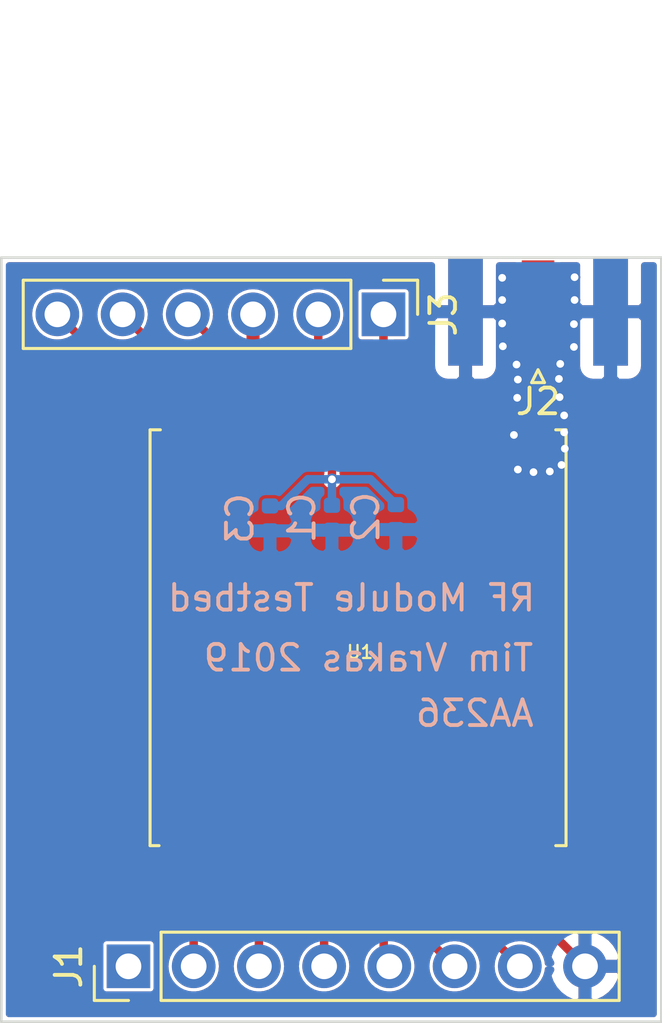
<source format=kicad_pcb>
(kicad_pcb (version 20171130) (host pcbnew "(5.1.4)-1")

  (general
    (thickness 0.6)
    (drawings 8)
    (tracks 65)
    (zones 0)
    (modules 7)
    (nets 16)
  )

  (page A4)
  (title_block
    (title "Project Title")
  )

  (layers
    (0 Top signal)
    (31 Bottom signal)
    (32 B.Adhes user)
    (33 F.Adhes user)
    (34 B.Paste user)
    (35 F.Paste user)
    (36 B.SilkS user)
    (37 F.SilkS user)
    (38 B.Mask user)
    (39 F.Mask user)
    (40 Dwgs.User user)
    (41 Cmts.User user)
    (42 Eco1.User user)
    (43 Eco2.User user)
    (44 Edge.Cuts user)
    (45 Margin user)
    (46 B.CrtYd user)
    (47 F.CrtYd user)
    (48 B.Fab user hide)
    (49 F.Fab user hide)
  )

  (setup
    (last_trace_width 0.508)
    (user_trace_width 0.0889)
    (user_trace_width 0.127)
    (user_trace_width 0.1524)
    (user_trace_width 0.254)
    (user_trace_width 0.3302)
    (user_trace_width 0.508)
    (user_trace_width 0.54864)
    (user_trace_width 0.6)
    (user_trace_width 0.6096)
    (user_trace_width 1.27)
    (trace_clearance 0.127)
    (zone_clearance 0.2)
    (zone_45_only no)
    (trace_min 0.0889)
    (via_size 0.45)
    (via_drill 0.3)
    (via_min_size 0.45)
    (via_min_drill 0.25)
    (user_via 0.45 0.3)
    (user_via 0.6 0.4)
    (user_via 0.6858 0.3302)
    (user_via 0.762 0.4064)
    (user_via 0.8636 0.508)
    (uvia_size 0.3)
    (uvia_drill 0.1)
    (uvias_allowed no)
    (uvia_min_size 0.2)
    (uvia_min_drill 0.1)
    (edge_width 0.15)
    (segment_width 0.2)
    (pcb_text_width 0.3)
    (pcb_text_size 1.5 1.5)
    (mod_edge_width 0.15)
    (mod_text_size 1 1)
    (mod_text_width 0.15)
    (pad_size 10.16 10.16)
    (pad_drill 0)
    (pad_to_mask_clearance 0.0254)
    (pad_to_paste_clearance -0.0254)
    (aux_axis_origin 0 0)
    (visible_elements 7FFDFF7F)
    (pcbplotparams
      (layerselection 0x010fc_ffffffff)
      (usegerberextensions false)
      (usegerberattributes true)
      (usegerberadvancedattributes false)
      (creategerberjobfile false)
      (excludeedgelayer false)
      (linewidth 0.100000)
      (plotframeref false)
      (viasonmask false)
      (mode 1)
      (useauxorigin true)
      (hpglpennumber 1)
      (hpglpenspeed 20)
      (hpglpendiameter 15.000000)
      (psnegative false)
      (psa4output false)
      (plotreference true)
      (plotvalue true)
      (plotinvisibletext false)
      (padsonsilk false)
      (subtractmaskfromsilk false)
      (outputformat 1)
      (mirror false)
      (drillshape 0)
      (scaleselection 1)
      (outputdirectory "./gerber/"))
  )

  (net 0 "")
  (net 1 GND)
  (net 2 MISO)
  (net 3 SCK)
  (net 4 MOSI)
  (net 5 RF_CS)
  (net 6 RF_RST)
  (net 7 RF_DIO3)
  (net 8 RF_BUSY)
  (net 9 RF_DIO0)
  (net 10 RF_DIO1)
  (net 11 RF_DIO2)
  (net 12 P7)
  (net 13 "Net-(J2-Pad1)")
  (net 14 +3V3)
  (net 15 "Net-(J1-Pad1)")

  (net_class Default "This is the default net class."
    (clearance 0.127)
    (trace_width 0.0889)
    (via_dia 0.45)
    (via_drill 0.3)
    (uvia_dia 0.3)
    (uvia_drill 0.1)
    (add_net +3V3)
    (add_net MISO)
    (add_net MOSI)
    (add_net "Net-(J1-Pad1)")
    (add_net "Net-(J2-Pad1)")
    (add_net P7)
    (add_net RF_BUSY)
    (add_net RF_CS)
    (add_net RF_DIO0)
    (add_net RF_DIO1)
    (add_net RF_DIO2)
    (add_net RF_DIO3)
    (add_net RF_RST)
    (add_net SCK)
  )

  (net_class PCC ""
    (clearance 0.127)
    (trace_width 0.0889)
    (via_dia 0.45)
    (via_drill 0.3)
    (uvia_dia 0.3)
    (uvia_drill 0.1)
  )

  (net_class PWR ""
    (clearance 0.127)
    (trace_width 0.0889)
    (via_dia 0.45)
    (via_drill 0.3)
    (uvia_dia 0.3)
    (uvia_drill 0.1)
    (add_net GND)
  )

  (module Connector_PinHeader_2.54mm:PinHeader_1x06_P2.54mm_Vertical (layer Top) (tedit 59FED5CC) (tstamp 5DB3ADC4)
    (at 160.8836 68.1482 270)
    (descr "Through hole straight pin header, 1x06, 2.54mm pitch, single row")
    (tags "Through hole pin header THT 1x06 2.54mm single row")
    (path /5DB91EBA)
    (fp_text reference J3 (at 0 -2.33 90) (layer F.SilkS)
      (effects (font (size 1 1) (thickness 0.15)))
    )
    (fp_text value Conn_01x08_Female (at 0 15.03 90) (layer F.Fab)
      (effects (font (size 1 1) (thickness 0.15)))
    )
    (fp_text user %R (at 0 6.35) (layer F.Fab)
      (effects (font (size 1 1) (thickness 0.15)))
    )
    (fp_line (start 1.8 -1.8) (end -1.8 -1.8) (layer F.CrtYd) (width 0.05))
    (fp_line (start 1.8 14.5) (end 1.8 -1.8) (layer F.CrtYd) (width 0.05))
    (fp_line (start -1.8 14.5) (end 1.8 14.5) (layer F.CrtYd) (width 0.05))
    (fp_line (start -1.8 -1.8) (end -1.8 14.5) (layer F.CrtYd) (width 0.05))
    (fp_line (start -1.33 -1.33) (end 0 -1.33) (layer F.SilkS) (width 0.12))
    (fp_line (start -1.33 0) (end -1.33 -1.33) (layer F.SilkS) (width 0.12))
    (fp_line (start -1.33 1.27) (end 1.33 1.27) (layer F.SilkS) (width 0.12))
    (fp_line (start 1.33 1.27) (end 1.33 14.03) (layer F.SilkS) (width 0.12))
    (fp_line (start -1.33 1.27) (end -1.33 14.03) (layer F.SilkS) (width 0.12))
    (fp_line (start -1.33 14.03) (end 1.33 14.03) (layer F.SilkS) (width 0.12))
    (fp_line (start -1.27 -0.635) (end -0.635 -1.27) (layer F.Fab) (width 0.1))
    (fp_line (start -1.27 13.97) (end -1.27 -0.635) (layer F.Fab) (width 0.1))
    (fp_line (start 1.27 13.97) (end -1.27 13.97) (layer F.Fab) (width 0.1))
    (fp_line (start 1.27 -1.27) (end 1.27 13.97) (layer F.Fab) (width 0.1))
    (fp_line (start -0.635 -1.27) (end 1.27 -1.27) (layer F.Fab) (width 0.1))
    (pad 6 thru_hole oval (at 0 12.7 270) (size 1.7 1.7) (drill 1) (layers *.Cu *.Mask)
      (net 11 RF_DIO2))
    (pad 5 thru_hole oval (at 0 10.16 270) (size 1.7 1.7) (drill 1) (layers *.Cu *.Mask)
      (net 10 RF_DIO1))
    (pad 4 thru_hole oval (at 0 7.62 270) (size 1.7 1.7) (drill 1) (layers *.Cu *.Mask)
      (net 9 RF_DIO0))
    (pad 3 thru_hole oval (at 0 5.08 270) (size 1.7 1.7) (drill 1) (layers *.Cu *.Mask)
      (net 14 +3V3))
    (pad 2 thru_hole oval (at 0 2.54 270) (size 1.7 1.7) (drill 1) (layers *.Cu *.Mask)
      (net 8 RF_BUSY))
    (pad 1 thru_hole rect (at 0 0 270) (size 1.7 1.7) (drill 1) (layers *.Cu *.Mask)
      (net 7 RF_DIO3))
    (model ${KISYS3DMOD}/Connector_PinHeader_2.54mm.3dshapes/PinHeader_1x06_P2.54mm_Vertical.wrl
      (at (xyz 0 0 0))
      (scale (xyz 1 1 1))
      (rotate (xyz 0 0 0))
    )
  )

  (module Capacitor_SMD:C_0402_1005Metric locked (layer Bottom) (tedit 5B301BBE) (tstamp 5DB3B905)
    (at 156.464 76.0984 270)
    (descr "Capacitor SMD 0402 (1005 Metric), square (rectangular) end terminal, IPC_7351 nominal, (Body size source: http://www.tortai-tech.com/upload/download/2011102023233369053.pdf), generated with kicad-footprint-generator")
    (tags capacitor)
    (path /5DA4FC48)
    (attr smd)
    (fp_text reference C3 (at 0 1.17 90) (layer B.SilkS)
      (effects (font (size 1 1) (thickness 0.15)) (justify mirror))
    )
    (fp_text value 10uF (at 0 -1.17 90) (layer B.Fab)
      (effects (font (size 1 1) (thickness 0.15)) (justify mirror))
    )
    (fp_text user %R (at 0 0 90) (layer B.Fab)
      (effects (font (size 0.25 0.25) (thickness 0.04)) (justify mirror))
    )
    (fp_line (start 0.93 -0.47) (end -0.93 -0.47) (layer B.CrtYd) (width 0.05))
    (fp_line (start 0.93 0.47) (end 0.93 -0.47) (layer B.CrtYd) (width 0.05))
    (fp_line (start -0.93 0.47) (end 0.93 0.47) (layer B.CrtYd) (width 0.05))
    (fp_line (start -0.93 -0.47) (end -0.93 0.47) (layer B.CrtYd) (width 0.05))
    (fp_line (start 0.5 -0.25) (end -0.5 -0.25) (layer B.Fab) (width 0.1))
    (fp_line (start 0.5 0.25) (end 0.5 -0.25) (layer B.Fab) (width 0.1))
    (fp_line (start -0.5 0.25) (end 0.5 0.25) (layer B.Fab) (width 0.1))
    (fp_line (start -0.5 -0.25) (end -0.5 0.25) (layer B.Fab) (width 0.1))
    (pad 2 smd roundrect (at 0.485 0 270) (size 0.59 0.64) (layers Bottom B.Paste B.Mask) (roundrect_rratio 0.25)
      (net 1 GND))
    (pad 1 smd roundrect (at -0.485 0 270) (size 0.59 0.64) (layers Bottom B.Paste B.Mask) (roundrect_rratio 0.25)
      (net 14 +3V3))
    (model ${KISYS3DMOD}/Capacitor_SMD.3dshapes/C_0402_1005Metric.wrl
      (at (xyz 0 0 0))
      (scale (xyz 1 1 1))
      (rotate (xyz 0 0 0))
    )
  )

  (module Capacitor_SMD:C_0402_1005Metric locked (layer Bottom) (tedit 5B301BBE) (tstamp 5DB3B8F6)
    (at 161.3662 76.0476 270)
    (descr "Capacitor SMD 0402 (1005 Metric), square (rectangular) end terminal, IPC_7351 nominal, (Body size source: http://www.tortai-tech.com/upload/download/2011102023233369053.pdf), generated with kicad-footprint-generator")
    (tags capacitor)
    (path /5D1C3FDB)
    (attr smd)
    (fp_text reference C2 (at 0 1.17 90) (layer B.SilkS)
      (effects (font (size 1 1) (thickness 0.15)) (justify mirror))
    )
    (fp_text value 1uF (at 0 -1.17 90) (layer B.Fab)
      (effects (font (size 1 1) (thickness 0.15)) (justify mirror))
    )
    (fp_text user %R (at 0 0 90) (layer B.Fab)
      (effects (font (size 0.25 0.25) (thickness 0.04)) (justify mirror))
    )
    (fp_line (start 0.93 -0.47) (end -0.93 -0.47) (layer B.CrtYd) (width 0.05))
    (fp_line (start 0.93 0.47) (end 0.93 -0.47) (layer B.CrtYd) (width 0.05))
    (fp_line (start -0.93 0.47) (end 0.93 0.47) (layer B.CrtYd) (width 0.05))
    (fp_line (start -0.93 -0.47) (end -0.93 0.47) (layer B.CrtYd) (width 0.05))
    (fp_line (start 0.5 -0.25) (end -0.5 -0.25) (layer B.Fab) (width 0.1))
    (fp_line (start 0.5 0.25) (end 0.5 -0.25) (layer B.Fab) (width 0.1))
    (fp_line (start -0.5 0.25) (end 0.5 0.25) (layer B.Fab) (width 0.1))
    (fp_line (start -0.5 -0.25) (end -0.5 0.25) (layer B.Fab) (width 0.1))
    (pad 2 smd roundrect (at 0.485 0 270) (size 0.59 0.64) (layers Bottom B.Paste B.Mask) (roundrect_rratio 0.25)
      (net 1 GND))
    (pad 1 smd roundrect (at -0.485 0 270) (size 0.59 0.64) (layers Bottom B.Paste B.Mask) (roundrect_rratio 0.25)
      (net 14 +3V3))
    (model ${KISYS3DMOD}/Capacitor_SMD.3dshapes/C_0402_1005Metric.wrl
      (at (xyz 0 0 0))
      (scale (xyz 1 1 1))
      (rotate (xyz 0 0 0))
    )
  )

  (module Capacitor_SMD:C_0402_1005Metric locked (layer Bottom) (tedit 5B301BBE) (tstamp 5DB3B8E7)
    (at 158.877 76.073 270)
    (descr "Capacitor SMD 0402 (1005 Metric), square (rectangular) end terminal, IPC_7351 nominal, (Body size source: http://www.tortai-tech.com/upload/download/2011102023233369053.pdf), generated with kicad-footprint-generator")
    (tags capacitor)
    (path /5DA4F94A)
    (attr smd)
    (fp_text reference C1 (at 0 1.17 270) (layer B.SilkS)
      (effects (font (size 1 1) (thickness 0.15)) (justify mirror))
    )
    (fp_text value 0.1uF (at 0 -1.17 270) (layer B.Fab)
      (effects (font (size 1 1) (thickness 0.15)) (justify mirror))
    )
    (fp_text user %R (at 0 0 270) (layer B.Fab)
      (effects (font (size 0.25 0.25) (thickness 0.04)) (justify mirror))
    )
    (fp_line (start 0.93 -0.47) (end -0.93 -0.47) (layer B.CrtYd) (width 0.05))
    (fp_line (start 0.93 0.47) (end 0.93 -0.47) (layer B.CrtYd) (width 0.05))
    (fp_line (start -0.93 0.47) (end 0.93 0.47) (layer B.CrtYd) (width 0.05))
    (fp_line (start -0.93 -0.47) (end -0.93 0.47) (layer B.CrtYd) (width 0.05))
    (fp_line (start 0.5 -0.25) (end -0.5 -0.25) (layer B.Fab) (width 0.1))
    (fp_line (start 0.5 0.25) (end 0.5 -0.25) (layer B.Fab) (width 0.1))
    (fp_line (start -0.5 0.25) (end 0.5 0.25) (layer B.Fab) (width 0.1))
    (fp_line (start -0.5 -0.25) (end -0.5 0.25) (layer B.Fab) (width 0.1))
    (pad 2 smd roundrect (at 0.485 0 270) (size 0.59 0.64) (layers Bottom B.Paste B.Mask) (roundrect_rratio 0.25)
      (net 1 GND))
    (pad 1 smd roundrect (at -0.485 0 270) (size 0.59 0.64) (layers Bottom B.Paste B.Mask) (roundrect_rratio 0.25)
      (net 14 +3V3))
    (model ${KISYS3DMOD}/Capacitor_SMD.3dshapes/C_0402_1005Metric.wrl
      (at (xyz 0 0 0))
      (scale (xyz 1 1 1))
      (rotate (xyz 0 0 0))
    )
  )

  (module Connector_Coaxial:SMA_Samtec_SMA-J-P-H-ST-EM1_EdgeMount (layer Top) (tedit 5BA382C0) (tstamp 5DB3ADA8)
    (at 166.9034 68.0466 90)
    (descr http://suddendocs.samtec.com/prints/sma-j-p-x-st-em1-mkt.pdf)
    (tags SMA)
    (path /5DB557F3)
    (attr smd)
    (fp_text reference J2 (at -3.5 0) (layer F.SilkS)
      (effects (font (size 1 1) (thickness 0.15)))
    )
    (fp_text value Conn_Coaxial (at 5 5.9 90) (layer F.Fab)
      (effects (font (size 1 1) (thickness 0.15)))
    )
    (fp_text user "PCB Edge" (at 2.6 0) (layer Dwgs.User)
      (effects (font (size 0.5 0.5) (thickness 0.1)))
    )
    (fp_line (start 2.1 -3.5) (end 2.1 3.5) (layer Dwgs.User) (width 0.1))
    (fp_line (start 3 4.5) (end 3 4) (layer B.CrtYd) (width 0.05))
    (fp_line (start 12.12 4.5) (end 3 4.5) (layer B.CrtYd) (width 0.05))
    (fp_line (start 3 -4.5) (end 3 -4) (layer B.CrtYd) (width 0.05))
    (fp_line (start 12.12 -4.5) (end 3 -4.5) (layer B.CrtYd) (width 0.05))
    (fp_line (start 3 -4.5) (end 3 -4) (layer F.CrtYd) (width 0.05))
    (fp_line (start 12.12 -4.5) (end 3 -4.5) (layer F.CrtYd) (width 0.05))
    (fp_line (start 3 4.5) (end 3 4) (layer F.CrtYd) (width 0.05))
    (fp_line (start 12.12 4.5) (end 3 4.5) (layer F.CrtYd) (width 0.05))
    (fp_line (start -1.71 3.175) (end 11.62 3.175) (layer F.Fab) (width 0.1))
    (fp_line (start -1.71 2.365) (end -1.71 3.175) (layer F.Fab) (width 0.1))
    (fp_line (start 2.1 2.365) (end -1.71 2.365) (layer F.Fab) (width 0.1))
    (fp_line (start 2.1 -2.365) (end 2.1 2.365) (layer F.Fab) (width 0.1))
    (fp_line (start -1.71 -2.365) (end 2.1 -2.365) (layer F.Fab) (width 0.1))
    (fp_line (start -1.71 -3.175) (end -1.71 -2.365) (layer F.Fab) (width 0.1))
    (fp_line (start -1.71 -3.175) (end 11.62 -3.175) (layer F.Fab) (width 0.1))
    (fp_line (start 11.62 -3.165) (end 11.62 3.165) (layer F.Fab) (width 0.1))
    (fp_line (start -2.6 4) (end -2.6 -4) (layer B.CrtYd) (width 0.05))
    (fp_line (start 3 4) (end -2.6 4) (layer B.CrtYd) (width 0.05))
    (fp_line (start 12.12 -4.5) (end 12.12 4.5) (layer B.CrtYd) (width 0.05))
    (fp_line (start 3 -4) (end -2.6 -4) (layer B.CrtYd) (width 0.05))
    (fp_line (start -2.6 4) (end -2.6 -4) (layer F.CrtYd) (width 0.05))
    (fp_line (start 3 4) (end -2.6 4) (layer F.CrtYd) (width 0.05))
    (fp_line (start 12.12 -4.5) (end 12.12 4.5) (layer F.CrtYd) (width 0.05))
    (fp_line (start 3 -4) (end -2.6 -4) (layer F.CrtYd) (width 0.05))
    (fp_text user %R (at 4.79 0 180) (layer F.Fab)
      (effects (font (size 1 1) (thickness 0.15)))
    )
    (fp_line (start 2.1 -0.75) (end 3.1 0) (layer F.Fab) (width 0.1))
    (fp_line (start 3.1 0) (end 2.1 0.75) (layer F.Fab) (width 0.1))
    (fp_line (start -2.26 0) (end -2.76 -0.25) (layer F.SilkS) (width 0.12))
    (fp_line (start -2.76 -0.25) (end -2.76 0.25) (layer F.SilkS) (width 0.12))
    (fp_line (start -2.76 0.25) (end -2.26 0) (layer F.SilkS) (width 0.12))
    (pad 1 smd rect (at 0.2 0 180) (size 1.27 3.6) (layers Top F.Paste F.Mask)
      (net 13 "Net-(J2-Pad1)"))
    (pad 2 smd rect (at 0 -2.825 180) (size 1.35 4.2) (layers Top F.Paste F.Mask)
      (net 1 GND))
    (pad 2 smd rect (at 0 2.825 180) (size 1.35 4.2) (layers Top F.Paste F.Mask)
      (net 1 GND))
    (pad 2 smd rect (at 0 -2.825 180) (size 1.35 4.2) (layers Bottom B.Paste B.Mask)
      (net 1 GND))
    (pad 2 smd rect (at 0 2.825 180) (size 1.35 4.2) (layers Bottom B.Paste B.Mask)
      (net 1 GND))
    (model ${KISYS3DMOD}/Connector_Coaxial.3dshapes/SMA_Samtec_SMA-J-P-H-ST-EM1_EdgeMount.wrl
      (at (xyz 0 0 0))
      (scale (xyz 1 1 1))
      (rotate (xyz 0 0 0))
    )
  )

  (module Connector_PinHeader_2.54mm:PinHeader_1x08_P2.54mm_Vertical (layer Top) (tedit 59FED5CC) (tstamp 5DB3AD7F)
    (at 150.9522 93.5482 90)
    (descr "Through hole straight pin header, 1x08, 2.54mm pitch, single row")
    (tags "Through hole pin header THT 1x08 2.54mm single row")
    (path /5DB8D0CF)
    (fp_text reference J1 (at 0 -2.33 90) (layer F.SilkS)
      (effects (font (size 1 1) (thickness 0.15)))
    )
    (fp_text value Conn_01x08_Female (at 0 20.11 90) (layer F.Fab)
      (effects (font (size 1 1) (thickness 0.15)))
    )
    (fp_text user %R (at 0 8.89) (layer F.Fab)
      (effects (font (size 1 1) (thickness 0.15)))
    )
    (fp_line (start 1.8 -1.8) (end -1.8 -1.8) (layer F.CrtYd) (width 0.05))
    (fp_line (start 1.8 19.55) (end 1.8 -1.8) (layer F.CrtYd) (width 0.05))
    (fp_line (start -1.8 19.55) (end 1.8 19.55) (layer F.CrtYd) (width 0.05))
    (fp_line (start -1.8 -1.8) (end -1.8 19.55) (layer F.CrtYd) (width 0.05))
    (fp_line (start -1.33 -1.33) (end 0 -1.33) (layer F.SilkS) (width 0.12))
    (fp_line (start -1.33 0) (end -1.33 -1.33) (layer F.SilkS) (width 0.12))
    (fp_line (start -1.33 1.27) (end 1.33 1.27) (layer F.SilkS) (width 0.12))
    (fp_line (start 1.33 1.27) (end 1.33 19.11) (layer F.SilkS) (width 0.12))
    (fp_line (start -1.33 1.27) (end -1.33 19.11) (layer F.SilkS) (width 0.12))
    (fp_line (start -1.33 19.11) (end 1.33 19.11) (layer F.SilkS) (width 0.12))
    (fp_line (start -1.27 -0.635) (end -0.635 -1.27) (layer F.Fab) (width 0.1))
    (fp_line (start -1.27 19.05) (end -1.27 -0.635) (layer F.Fab) (width 0.1))
    (fp_line (start 1.27 19.05) (end -1.27 19.05) (layer F.Fab) (width 0.1))
    (fp_line (start 1.27 -1.27) (end 1.27 19.05) (layer F.Fab) (width 0.1))
    (fp_line (start -0.635 -1.27) (end 1.27 -1.27) (layer F.Fab) (width 0.1))
    (pad 8 thru_hole oval (at 0 17.78 90) (size 1.7 1.7) (drill 1) (layers *.Cu *.Mask)
      (net 1 GND))
    (pad 7 thru_hole oval (at 0 15.24 90) (size 1.7 1.7) (drill 1) (layers *.Cu *.Mask)
      (net 12 P7))
    (pad 6 thru_hole oval (at 0 12.7 90) (size 1.7 1.7) (drill 1) (layers *.Cu *.Mask)
      (net 6 RF_RST))
    (pad 5 thru_hole oval (at 0 10.16 90) (size 1.7 1.7) (drill 1) (layers *.Cu *.Mask)
      (net 5 RF_CS))
    (pad 4 thru_hole oval (at 0 7.62 90) (size 1.7 1.7) (drill 1) (layers *.Cu *.Mask)
      (net 3 SCK))
    (pad 3 thru_hole oval (at 0 5.08 90) (size 1.7 1.7) (drill 1) (layers *.Cu *.Mask)
      (net 4 MOSI))
    (pad 2 thru_hole oval (at 0 2.54 90) (size 1.7 1.7) (drill 1) (layers *.Cu *.Mask)
      (net 2 MISO))
    (pad 1 thru_hole rect (at 0 0 90) (size 1.7 1.7) (drill 1) (layers *.Cu *.Mask)
      (net 15 "Net-(J1-Pad1)"))
    (model ${KISYS3DMOD}/Connector_PinHeader_2.54mm.3dshapes/PinHeader_1x08_P2.54mm_Vertical.wrl
      (at (xyz 0 0 0))
      (scale (xyz 1 1 1))
      (rotate (xyz 0 0 0))
    )
  )

  (module RF_Module:HOPERF_RFM9XW_SMD locked (layer Top) (tedit 5D192088) (tstamp 5D17E795)
    (at 159.893 80.7466 90)
    (descr "Low Power Long Range Transceiver Module SMD-16 (https://www.hoperf.com/data/upload/portal/20181127/5bfcbea20e9ef.pdf)")
    (tags "LoRa Low Power Long Range Transceiver Module")
    (path /5D188C92)
    (attr smd)
    (fp_text reference U1 (at -0.5588 0.0762) (layer F.SilkS)
      (effects (font (size 0.508 0.508) (thickness 0.0889)))
    )
    (fp_text value RFM95W-915S2 (at 0 9.5 90) (layer F.Fab)
      (effects (font (size 1 1) (thickness 0.15)))
    )
    (fp_line (start -7 -8) (end -8 -7) (layer F.Fab) (width 0.1))
    (fp_line (start -8.1 -8.1) (end -8.1 -7.75) (layer F.SilkS) (width 0.12))
    (fp_line (start 8.1 8.1) (end 8.1 7.7) (layer F.SilkS) (width 0.12))
    (fp_line (start -8.1 8.1) (end 8.1 8.1) (layer F.SilkS) (width 0.12))
    (fp_line (start -8.1 7.7) (end -8.1 8.1) (layer F.SilkS) (width 0.12))
    (fp_line (start 8.1 -8.1) (end 8.1 -7.7) (layer F.SilkS) (width 0.12))
    (fp_line (start -8.1 -8.1) (end 8.1 -8.1) (layer F.SilkS) (width 0.12))
    (fp_line (start -9.25 8.25) (end -9.25 -8.25) (layer F.CrtYd) (width 0.05))
    (fp_line (start -9.25 8.25) (end 9.25 8.25) (layer F.CrtYd) (width 0.05))
    (fp_line (start 9.25 -8.25) (end 9.25 8.25) (layer F.CrtYd) (width 0.05))
    (fp_line (start -9.25 -8.25) (end 9.25 -8.25) (layer F.CrtYd) (width 0.05))
    (fp_text user %R (at 0 0 90) (layer F.Fab)
      (effects (font (size 1 1) (thickness 0.15)))
    )
    (fp_line (start -8 8) (end -8 -7) (layer F.Fab) (width 0.1))
    (fp_line (start -8 8) (end 8 8) (layer F.Fab) (width 0.1))
    (fp_line (start 8 8) (end 8 -8) (layer F.Fab) (width 0.1))
    (fp_line (start -7 -8) (end 8 -8) (layer F.Fab) (width 0.1))
    (pad 16 smd rect (at 7.9 -7 90) (size 1.8 1) (layers Top F.Paste F.Mask)
      (net 11 RF_DIO2))
    (pad 15 smd rect (at 7.9 -5 90) (size 1.8 1) (layers Top F.Paste F.Mask)
      (net 10 RF_DIO1))
    (pad 14 smd rect (at 7.9 -3 90) (size 1.8 1) (layers Top F.Paste F.Mask)
      (net 9 RF_DIO0))
    (pad 13 smd rect (at 7.9 -1 90) (size 1.8 1) (layers Top F.Paste F.Mask)
      (net 14 +3V3))
    (pad 12 smd rect (at 7.9 1 90) (size 1.8 1) (layers Top F.Paste F.Mask)
      (net 8 RF_BUSY))
    (pad 11 smd rect (at 7.9 3 90) (size 1.8 1) (layers Top F.Paste F.Mask)
      (net 7 RF_DIO3))
    (pad 10 smd rect (at 7.9 5 90) (size 1.8 1) (layers Top F.Paste F.Mask)
      (net 1 GND))
    (pad 9 smd rect (at 7.9 7 90) (size 1.8 1) (layers Top F.Paste F.Mask)
      (net 13 "Net-(J2-Pad1)"))
    (pad 8 smd rect (at -7.9 7 90) (size 1.8 1) (layers Top F.Paste F.Mask)
      (net 1 GND))
    (pad 7 smd rect (at -7.9 5 90) (size 1.8 1) (layers Top F.Paste F.Mask)
      (net 12 P7))
    (pad 6 smd rect (at -7.9 3 90) (size 1.8 1) (layers Top F.Paste F.Mask)
      (net 6 RF_RST))
    (pad 5 smd rect (at -7.9 1 90) (size 1.8 1) (layers Top F.Paste F.Mask)
      (net 5 RF_CS))
    (pad 4 smd rect (at -7.9 -1 90) (size 1.8 1) (layers Top F.Paste F.Mask)
      (net 3 SCK))
    (pad 3 smd rect (at -7.9 -3 90) (size 1.8 1) (layers Top F.Paste F.Mask)
      (net 4 MOSI))
    (pad 2 smd rect (at -7.9 -5 90) (size 1.8 1) (layers Top F.Paste F.Mask)
      (net 2 MISO))
    (pad 1 smd rect (at -7.9 -7 90) (size 1.8 1) (layers Top F.Paste F.Mask)
      (net 1 GND))
    (model ${CUSTOM_FOOTPRINT_DIR}/3d/RFM95.step
      (offset (xyz 8 -8 0))
      (scale (xyz 1 1 1))
      (rotate (xyz -90 0 180))
    )
  )

  (gr_text AA236 (at 164.4396 83.693) (layer B.SilkS)
    (effects (font (size 1 1) (thickness 0.15)) (justify mirror))
  )
  (gr_text "Tim Vrakas 2019" (at 160.2994 81.534) (layer B.SilkS)
    (effects (font (size 1 1) (thickness 0.15)) (justify mirror))
  )
  (gr_text "RF Module Testbed" (at 159.639 79.1972) (layer B.SilkS)
    (effects (font (size 1 1) (thickness 0.15)) (justify mirror))
  )
  (gr_line (start 145.9992 65.9384) (end 170.4086 65.9384) (layer Edge.Cuts) (width 0.1))
  (gr_line (start 145.9992 95.7072) (end 145.9992 65.9384) (layer Edge.Cuts) (width 0.1))
  (gr_line (start 171.704 95.7072) (end 145.9992 95.7072) (layer Edge.Cuts) (width 0.1))
  (gr_line (start 171.704 65.9384) (end 171.704 95.7072) (layer Edge.Cuts) (width 0.1))
  (gr_line (start 170.4086 65.9384) (end 171.704 65.9384) (layer Edge.Cuts) (width 0.1))

  (via (at 168.3258 67.5894) (size 0.45) (drill 0.3) (layers Top Bottom) (net 1))
  (segment (start 166.893 91.709) (end 168.7322 93.5482) (width 0.3302) (layer Top) (net 1))
  (segment (start 166.893 88.6466) (end 166.893 91.709) (width 0.3302) (layer Top) (net 1))
  (via (at 166.0652 70.104) (size 0.45) (drill 0.3) (layers Top Bottom) (net 1))
  (via (at 166.116 70.6882) (size 0.45) (drill 0.3) (layers Top Bottom) (net 1))
  (via (at 166.0906 71.3994) (size 0.45) (drill 0.3) (layers Top Bottom) (net 1))
  (via (at 167.767 70.0786) (size 0.45) (drill 0.3) (layers Top Bottom) (net 1))
  (via (at 167.7162 70.6628) (size 0.45) (drill 0.3) (layers Top Bottom) (net 1))
  (via (at 167.7416 71.374) (size 0.45) (drill 0.3) (layers Top Bottom) (net 1))
  (via (at 167.9194 72.0852) (size 0.45) (drill 0.3) (layers Top Bottom) (net 1))
  (via (at 167.9194 72.7456) (size 0.45) (drill 0.3) (layers Top Bottom) (net 1))
  (via (at 167.9448 73.3806) (size 0.45) (drill 0.3) (layers Top Bottom) (net 1))
  (via (at 167.8178 74.0156) (size 0.45) (drill 0.3) (layers Top Bottom) (net 1))
  (via (at 167.3606 74.2696) (size 0.45) (drill 0.3) (layers Top Bottom) (net 1))
  (via (at 166.7256 74.295) (size 0.45) (drill 0.3) (layers Top Bottom) (net 1))
  (via (at 166.116 74.1934) (size 0.45) (drill 0.3) (layers Top Bottom) (net 1))
  (via (at 165.9636 72.8472) (size 0.45) (drill 0.3) (layers Top Bottom) (net 1))
  (via (at 165.5064 66.7258) (size 0.45) (drill 0.3) (layers Top Bottom) (net 1))
  (via (at 165.5064 67.5894) (size 0.45) (drill 0.3) (layers Top Bottom) (net 1))
  (via (at 165.5064 68.5038) (size 0.45) (drill 0.3) (layers Top Bottom) (net 1))
  (via (at 165.5318 69.3928) (size 0.45) (drill 0.3) (layers Top Bottom) (net 1))
  (via (at 168.3004 69.4182) (size 0.45) (drill 0.3) (layers Top Bottom) (net 1))
  (via (at 168.3004 68.5292) (size 0.45) (drill 0.3) (layers Top Bottom) (net 1))
  (via (at 168.3258 66.7004) (size 0.45) (drill 0.3) (layers Top Bottom) (net 1))
  (segment (start 154.893 88.6466) (end 154.893 90.2424) (width 0.3302) (layer Top) (net 2))
  (segment (start 153.4922 91.6432) (end 153.4922 93.5482) (width 0.3302) (layer Top) (net 2))
  (segment (start 154.893 90.2424) (end 153.4922 91.6432) (width 0.3302) (layer Top) (net 2))
  (segment (start 158.893 88.6466) (end 158.893 90.5858) (width 0.3302) (layer Top) (net 3))
  (segment (start 158.5722 90.9066) (end 158.5722 93.5482) (width 0.3302) (layer Top) (net 3))
  (segment (start 158.893 90.5858) (end 158.5722 90.9066) (width 0.3302) (layer Top) (net 3))
  (segment (start 156.0322 91.059) (end 156.0322 93.5482) (width 0.3302) (layer Top) (net 4))
  (segment (start 156.893 88.6466) (end 156.893 90.1982) (width 0.3302) (layer Top) (net 4))
  (segment (start 156.893 90.1982) (end 156.0322 91.059) (width 0.3302) (layer Top) (net 4))
  (segment (start 160.893 93.329) (end 161.1122 93.5482) (width 0.3302) (layer Top) (net 5))
  (segment (start 160.893 88.6466) (end 160.893 93.329) (width 0.3302) (layer Top) (net 5))
  (segment (start 162.893 92.789) (end 163.6522 93.5482) (width 0.3302) (layer Top) (net 6))
  (segment (start 162.893 88.6466) (end 162.893 92.789) (width 0.3302) (layer Top) (net 6))
  (segment (start 162.893 72.4466) (end 162.893 72.8466) (width 0.3302) (layer Top) (net 7))
  (segment (start 160.8836 70.4372) (end 162.893 72.4466) (width 0.3302) (layer Top) (net 7))
  (segment (start 160.8836 68.1482) (end 160.8836 70.4372) (width 0.3302) (layer Top) (net 7))
  (segment (start 158.3436 69.8972) (end 158.3436 68.1482) (width 0.3302) (layer Top) (net 8))
  (segment (start 160.893 72.8466) (end 160.893 72.4466) (width 0.3302) (layer Top) (net 8))
  (segment (start 160.893 72.4466) (end 158.3436 69.8972) (width 0.3302) (layer Top) (net 8))
  (segment (start 156.893 71.7776) (end 156.893 72.8466) (width 0.3302) (layer Top) (net 9))
  (segment (start 153.2636 68.1482) (end 156.893 71.7776) (width 0.3302) (layer Top) (net 9))
  (via (at 158.877 74.5744) (size 0.45) (drill 0.3) (layers Top Bottom) (net 14))
  (segment (start 158.877 75.588) (end 158.877 74.5744) (width 0.3302) (layer Bottom) (net 14))
  (segment (start 158.877 72.8626) (end 158.893 72.8466) (width 0.3302) (layer Top) (net 14))
  (segment (start 158.877 74.5744) (end 158.877 72.8626) (width 0.3302) (layer Top) (net 14))
  (segment (start 156.464 75.6134) (end 156.8982 75.6134) (width 0.3302) (layer Bottom) (net 14))
  (segment (start 157.9372 74.5744) (end 158.877 74.5744) (width 0.3302) (layer Bottom) (net 14))
  (segment (start 156.8982 75.6134) (end 157.9372 74.5744) (width 0.3302) (layer Bottom) (net 14))
  (segment (start 160.378 74.5744) (end 158.877 74.5744) (width 0.3302) (layer Bottom) (net 14))
  (segment (start 161.3662 75.5626) (end 160.378 74.5744) (width 0.3302) (layer Bottom) (net 14))
  (segment (start 154.893 72.3176) (end 154.893 72.8466) (width 0.3302) (layer Top) (net 10))
  (segment (start 150.7198 68.1444) (end 154.8892 72.3138) (width 0.3302) (layer Top) (net 10))
  (segment (start 152.882 72.8466) (end 152.893 72.8466) (width 0.3302) (layer Top) (net 11))
  (segment (start 148.1836 68.1482) (end 152.882 72.8466) (width 0.3302) (layer Top) (net 11))
  (segment (start 164.893 92.249) (end 166.1922 93.5482) (width 0.3302) (layer Top) (net 12))
  (segment (start 164.893 88.6466) (end 164.893 92.249) (width 0.3302) (layer Top) (net 12))
  (segment (start 166.9034 72.8362) (end 166.893 72.8466) (width 0.6) (layer Top) (net 13))
  (segment (start 166.9034 67.8466) (end 166.9034 72.8362) (width 0.6) (layer Top) (net 13))
  (segment (start 158.893 72.4466) (end 158.893 72.8466) (width 0.508) (layer Top) (net 14))
  (segment (start 155.8036 69.3572) (end 158.893 72.4466) (width 0.508) (layer Top) (net 14))
  (segment (start 155.8036 68.1482) (end 155.8036 69.3572) (width 0.508) (layer Top) (net 14))

  (zone (net 1) (net_name GND) (layer Top) (tstamp 0) (hatch edge 0.508)
    (connect_pads (clearance 0.127))
    (min_thickness 0.254)
    (fill yes (arc_segments 32) (thermal_gap 0.508) (thermal_bridge_width 0.508))
    (polygon
      (pts
        (xy 145.9992 65.9384) (xy 171.704 65.9384) (xy 171.704 95.7072) (xy 145.9992 95.7072)
      )
    )
    (filled_polygon
      (pts
        (xy 162.7684 67.76085) (xy 162.92715 67.9196) (xy 163.9514 67.9196) (xy 163.9514 67.8996) (xy 164.2054 67.8996)
        (xy 164.2054 67.9196) (xy 165.22965 67.9196) (xy 165.3884 67.76085) (xy 165.390971 66.2424) (xy 166.013172 66.2424)
        (xy 166.013172 69.6466) (xy 166.018076 69.696393) (xy 166.0326 69.744272) (xy 166.056186 69.788397) (xy 166.087927 69.827073)
        (xy 166.126603 69.858814) (xy 166.170728 69.8824) (xy 166.218607 69.896924) (xy 166.2684 69.901828) (xy 166.3446 69.901828)
        (xy 166.3446 71.696139) (xy 166.343207 71.696276) (xy 166.295328 71.7108) (xy 166.251203 71.734386) (xy 166.212527 71.766127)
        (xy 166.180786 71.804803) (xy 166.1572 71.848928) (xy 166.142676 71.896807) (xy 166.137772 71.9466) (xy 166.137772 73.7466)
        (xy 166.142676 73.796393) (xy 166.1572 73.844272) (xy 166.180786 73.888397) (xy 166.212527 73.927073) (xy 166.251203 73.958814)
        (xy 166.295328 73.9824) (xy 166.343207 73.996924) (xy 166.393 74.001828) (xy 167.393 74.001828) (xy 167.442793 73.996924)
        (xy 167.490672 73.9824) (xy 167.534797 73.958814) (xy 167.573473 73.927073) (xy 167.605214 73.888397) (xy 167.6288 73.844272)
        (xy 167.643324 73.796393) (xy 167.648228 73.7466) (xy 167.648228 71.9466) (xy 167.643324 71.896807) (xy 167.6288 71.848928)
        (xy 167.605214 71.804803) (xy 167.573473 71.766127) (xy 167.534797 71.734386) (xy 167.490672 71.7108) (xy 167.4622 71.702163)
        (xy 167.4622 70.1466) (xy 168.415328 70.1466) (xy 168.427588 70.271082) (xy 168.463898 70.39078) (xy 168.522863 70.501094)
        (xy 168.602215 70.597785) (xy 168.698906 70.677137) (xy 168.80922 70.736102) (xy 168.928918 70.772412) (xy 169.0534 70.784672)
        (xy 169.44265 70.7816) (xy 169.6014 70.62285) (xy 169.6014 68.1736) (xy 169.8554 68.1736) (xy 169.8554 70.62285)
        (xy 170.01415 70.7816) (xy 170.4034 70.784672) (xy 170.527882 70.772412) (xy 170.64758 70.736102) (xy 170.757894 70.677137)
        (xy 170.854585 70.597785) (xy 170.933937 70.501094) (xy 170.992902 70.39078) (xy 171.029212 70.271082) (xy 171.041472 70.1466)
        (xy 171.0384 68.33235) (xy 170.87965 68.1736) (xy 169.8554 68.1736) (xy 169.6014 68.1736) (xy 168.57715 68.1736)
        (xy 168.4184 68.33235) (xy 168.415328 70.1466) (xy 167.4622 70.1466) (xy 167.4622 69.901828) (xy 167.5384 69.901828)
        (xy 167.588193 69.896924) (xy 167.636072 69.8824) (xy 167.680197 69.858814) (xy 167.718873 69.827073) (xy 167.750614 69.788397)
        (xy 167.7742 69.744272) (xy 167.788724 69.696393) (xy 167.793628 69.6466) (xy 167.793628 66.2424) (xy 168.415829 66.2424)
        (xy 168.4184 67.76085) (xy 168.57715 67.9196) (xy 169.6014 67.9196) (xy 169.6014 67.8996) (xy 169.8554 67.8996)
        (xy 169.8554 67.9196) (xy 170.87965 67.9196) (xy 171.0384 67.76085) (xy 171.040971 66.2424) (xy 171.4 66.2424)
        (xy 171.400001 95.4032) (xy 146.3032 95.4032) (xy 146.3032 92.6982) (xy 149.846972 92.6982) (xy 149.846972 94.3982)
        (xy 149.851876 94.447993) (xy 149.8664 94.495872) (xy 149.889986 94.539997) (xy 149.921727 94.578673) (xy 149.960403 94.610414)
        (xy 150.004528 94.634) (xy 150.052407 94.648524) (xy 150.1022 94.653428) (xy 151.8022 94.653428) (xy 151.851993 94.648524)
        (xy 151.899872 94.634) (xy 151.943997 94.610414) (xy 151.982673 94.578673) (xy 152.014414 94.539997) (xy 152.038 94.495872)
        (xy 152.052524 94.447993) (xy 152.057428 94.3982) (xy 152.057428 93.5482) (xy 152.382859 93.5482) (xy 152.404175 93.764622)
        (xy 152.467303 93.972726) (xy 152.569817 94.164517) (xy 152.707777 94.332623) (xy 152.875883 94.470583) (xy 153.067674 94.573097)
        (xy 153.275778 94.636225) (xy 153.437973 94.6522) (xy 153.546427 94.6522) (xy 153.708622 94.636225) (xy 153.916726 94.573097)
        (xy 154.108517 94.470583) (xy 154.276623 94.332623) (xy 154.414583 94.164517) (xy 154.517097 93.972726) (xy 154.580225 93.764622)
        (xy 154.601541 93.5482) (xy 154.922859 93.5482) (xy 154.944175 93.764622) (xy 155.007303 93.972726) (xy 155.109817 94.164517)
        (xy 155.247777 94.332623) (xy 155.415883 94.470583) (xy 155.607674 94.573097) (xy 155.815778 94.636225) (xy 155.977973 94.6522)
        (xy 156.086427 94.6522) (xy 156.248622 94.636225) (xy 156.456726 94.573097) (xy 156.648517 94.470583) (xy 156.816623 94.332623)
        (xy 156.954583 94.164517) (xy 157.057097 93.972726) (xy 157.120225 93.764622) (xy 157.141541 93.5482) (xy 157.462859 93.5482)
        (xy 157.484175 93.764622) (xy 157.547303 93.972726) (xy 157.649817 94.164517) (xy 157.787777 94.332623) (xy 157.955883 94.470583)
        (xy 158.147674 94.573097) (xy 158.355778 94.636225) (xy 158.517973 94.6522) (xy 158.626427 94.6522) (xy 158.788622 94.636225)
        (xy 158.996726 94.573097) (xy 159.188517 94.470583) (xy 159.356623 94.332623) (xy 159.494583 94.164517) (xy 159.597097 93.972726)
        (xy 159.660225 93.764622) (xy 159.681541 93.5482) (xy 160.002859 93.5482) (xy 160.024175 93.764622) (xy 160.087303 93.972726)
        (xy 160.189817 94.164517) (xy 160.327777 94.332623) (xy 160.495883 94.470583) (xy 160.687674 94.573097) (xy 160.895778 94.636225)
        (xy 161.057973 94.6522) (xy 161.166427 94.6522) (xy 161.328622 94.636225) (xy 161.536726 94.573097) (xy 161.728517 94.470583)
        (xy 161.896623 94.332623) (xy 162.034583 94.164517) (xy 162.137097 93.972726) (xy 162.200225 93.764622) (xy 162.221541 93.5482)
        (xy 162.200225 93.331778) (xy 162.137097 93.123674) (xy 162.034583 92.931883) (xy 161.896623 92.763777) (xy 161.728517 92.625817)
        (xy 161.536726 92.523303) (xy 161.328622 92.460175) (xy 161.3121 92.458548) (xy 161.3121 89.801828) (xy 161.393 89.801828)
        (xy 161.442793 89.796924) (xy 161.490672 89.7824) (xy 161.534797 89.758814) (xy 161.573473 89.727073) (xy 161.605214 89.688397)
        (xy 161.6288 89.644272) (xy 161.643324 89.596393) (xy 161.648228 89.5466) (xy 161.648228 87.7466) (xy 162.137772 87.7466)
        (xy 162.137772 89.5466) (xy 162.142676 89.596393) (xy 162.1572 89.644272) (xy 162.180786 89.688397) (xy 162.212527 89.727073)
        (xy 162.251203 89.758814) (xy 162.295328 89.7824) (xy 162.343207 89.796924) (xy 162.393 89.801828) (xy 162.4739 89.801828)
        (xy 162.473901 92.76841) (xy 162.471873 92.789) (xy 162.479965 92.871157) (xy 162.491103 92.907873) (xy 162.50393 92.950158)
        (xy 162.542847 93.022966) (xy 162.595219 93.086782) (xy 162.611206 93.099902) (xy 162.629976 93.118672) (xy 162.627303 93.123674)
        (xy 162.564175 93.331778) (xy 162.542859 93.5482) (xy 162.564175 93.764622) (xy 162.627303 93.972726) (xy 162.729817 94.164517)
        (xy 162.867777 94.332623) (xy 163.035883 94.470583) (xy 163.227674 94.573097) (xy 163.435778 94.636225) (xy 163.597973 94.6522)
        (xy 163.706427 94.6522) (xy 163.868622 94.636225) (xy 164.076726 94.573097) (xy 164.268517 94.470583) (xy 164.436623 94.332623)
        (xy 164.574583 94.164517) (xy 164.677097 93.972726) (xy 164.740225 93.764622) (xy 164.761541 93.5482) (xy 164.740225 93.331778)
        (xy 164.677097 93.123674) (xy 164.574583 92.931883) (xy 164.436623 92.763777) (xy 164.268517 92.625817) (xy 164.076726 92.523303)
        (xy 163.868622 92.460175) (xy 163.706427 92.4442) (xy 163.597973 92.4442) (xy 163.435778 92.460175) (xy 163.3121 92.497693)
        (xy 163.3121 89.801828) (xy 163.393 89.801828) (xy 163.442793 89.796924) (xy 163.490672 89.7824) (xy 163.534797 89.758814)
        (xy 163.573473 89.727073) (xy 163.605214 89.688397) (xy 163.6288 89.644272) (xy 163.643324 89.596393) (xy 163.648228 89.5466)
        (xy 163.648228 87.7466) (xy 164.137772 87.7466) (xy 164.137772 89.5466) (xy 164.142676 89.596393) (xy 164.1572 89.644272)
        (xy 164.180786 89.688397) (xy 164.212527 89.727073) (xy 164.251203 89.758814) (xy 164.295328 89.7824) (xy 164.343207 89.796924)
        (xy 164.393 89.801828) (xy 164.4739 89.801828) (xy 164.473901 92.22841) (xy 164.471873 92.249) (xy 164.479965 92.331157)
        (xy 164.50393 92.410158) (xy 164.52147 92.442972) (xy 164.542847 92.482966) (xy 164.595219 92.546782) (xy 164.611206 92.559902)
        (xy 165.169976 93.118673) (xy 165.167303 93.123674) (xy 165.104175 93.331778) (xy 165.082859 93.5482) (xy 165.104175 93.764622)
        (xy 165.167303 93.972726) (xy 165.269817 94.164517) (xy 165.407777 94.332623) (xy 165.575883 94.470583) (xy 165.767674 94.573097)
        (xy 165.975778 94.636225) (xy 166.137973 94.6522) (xy 166.246427 94.6522) (xy 166.408622 94.636225) (xy 166.616726 94.573097)
        (xy 166.808517 94.470583) (xy 166.976623 94.332623) (xy 167.114583 94.164517) (xy 167.217097 93.972726) (xy 167.280225 93.764622)
        (xy 167.289032 93.675202) (xy 167.411385 93.675202) (xy 167.290719 93.905091) (xy 167.388043 94.179452) (xy 167.537022 94.429555)
        (xy 167.731931 94.645788) (xy 167.96528 94.819841) (xy 168.228101 94.945025) (xy 168.37531 94.989676) (xy 168.6052 94.868355)
        (xy 168.6052 93.6752) (xy 168.8592 93.6752) (xy 168.8592 94.868355) (xy 169.08909 94.989676) (xy 169.236299 94.945025)
        (xy 169.49912 94.819841) (xy 169.732469 94.645788) (xy 169.927378 94.429555) (xy 170.076357 94.179452) (xy 170.173681 93.905091)
        (xy 170.053014 93.6752) (xy 168.8592 93.6752) (xy 168.6052 93.6752) (xy 168.5852 93.6752) (xy 168.5852 93.4212)
        (xy 168.6052 93.4212) (xy 168.6052 92.228045) (xy 168.8592 92.228045) (xy 168.8592 93.4212) (xy 170.053014 93.4212)
        (xy 170.173681 93.191309) (xy 170.076357 92.916948) (xy 169.927378 92.666845) (xy 169.732469 92.450612) (xy 169.49912 92.276559)
        (xy 169.236299 92.151375) (xy 169.08909 92.106724) (xy 168.8592 92.228045) (xy 168.6052 92.228045) (xy 168.37531 92.106724)
        (xy 168.228101 92.151375) (xy 167.96528 92.276559) (xy 167.731931 92.450612) (xy 167.537022 92.666845) (xy 167.388043 92.916948)
        (xy 167.290719 93.191309) (xy 167.411385 93.421198) (xy 167.289032 93.421198) (xy 167.280225 93.331778) (xy 167.217097 93.123674)
        (xy 167.114583 92.931883) (xy 166.976623 92.763777) (xy 166.808517 92.625817) (xy 166.616726 92.523303) (xy 166.408622 92.460175)
        (xy 166.246427 92.4442) (xy 166.137973 92.4442) (xy 165.975778 92.460175) (xy 165.767674 92.523303) (xy 165.762673 92.525976)
        (xy 165.3121 92.075404) (xy 165.3121 89.801828) (xy 165.393 89.801828) (xy 165.442793 89.796924) (xy 165.490672 89.7824)
        (xy 165.534797 89.758814) (xy 165.573473 89.727073) (xy 165.605214 89.688397) (xy 165.6288 89.644272) (xy 165.643324 89.596393)
        (xy 165.648228 89.5466) (xy 165.754928 89.5466) (xy 165.767188 89.671082) (xy 165.803498 89.79078) (xy 165.862463 89.901094)
        (xy 165.941815 89.997785) (xy 166.038506 90.077137) (xy 166.14882 90.136102) (xy 166.268518 90.172412) (xy 166.393 90.184672)
        (xy 166.60725 90.1816) (xy 166.766 90.02285) (xy 166.766 88.7736) (xy 167.02 88.7736) (xy 167.02 90.02285)
        (xy 167.17875 90.1816) (xy 167.393 90.184672) (xy 167.517482 90.172412) (xy 167.63718 90.136102) (xy 167.747494 90.077137)
        (xy 167.844185 89.997785) (xy 167.923537 89.901094) (xy 167.982502 89.79078) (xy 168.018812 89.671082) (xy 168.031072 89.5466)
        (xy 168.028 88.93235) (xy 167.86925 88.7736) (xy 167.02 88.7736) (xy 166.766 88.7736) (xy 165.91675 88.7736)
        (xy 165.758 88.93235) (xy 165.754928 89.5466) (xy 165.648228 89.5466) (xy 165.648228 87.7466) (xy 165.754928 87.7466)
        (xy 165.758 88.36085) (xy 165.91675 88.5196) (xy 166.766 88.5196) (xy 166.766 87.27035) (xy 167.02 87.27035)
        (xy 167.02 88.5196) (xy 167.86925 88.5196) (xy 168.028 88.36085) (xy 168.031072 87.7466) (xy 168.018812 87.622118)
        (xy 167.982502 87.50242) (xy 167.923537 87.392106) (xy 167.844185 87.295415) (xy 167.747494 87.216063) (xy 167.63718 87.157098)
        (xy 167.517482 87.120788) (xy 167.393 87.108528) (xy 167.17875 87.1116) (xy 167.02 87.27035) (xy 166.766 87.27035)
        (xy 166.60725 87.1116) (xy 166.393 87.108528) (xy 166.268518 87.120788) (xy 166.14882 87.157098) (xy 166.038506 87.216063)
        (xy 165.941815 87.295415) (xy 165.862463 87.392106) (xy 165.803498 87.50242) (xy 165.767188 87.622118) (xy 165.754928 87.7466)
        (xy 165.648228 87.7466) (xy 165.643324 87.696807) (xy 165.6288 87.648928) (xy 165.605214 87.604803) (xy 165.573473 87.566127)
        (xy 165.534797 87.534386) (xy 165.490672 87.5108) (xy 165.442793 87.496276) (xy 165.393 87.491372) (xy 164.393 87.491372)
        (xy 164.343207 87.496276) (xy 164.295328 87.5108) (xy 164.251203 87.534386) (xy 164.212527 87.566127) (xy 164.180786 87.604803)
        (xy 164.1572 87.648928) (xy 164.142676 87.696807) (xy 164.137772 87.7466) (xy 163.648228 87.7466) (xy 163.643324 87.696807)
        (xy 163.6288 87.648928) (xy 163.605214 87.604803) (xy 163.573473 87.566127) (xy 163.534797 87.534386) (xy 163.490672 87.5108)
        (xy 163.442793 87.496276) (xy 163.393 87.491372) (xy 162.393 87.491372) (xy 162.343207 87.496276) (xy 162.295328 87.5108)
        (xy 162.251203 87.534386) (xy 162.212527 87.566127) (xy 162.180786 87.604803) (xy 162.1572 87.648928) (xy 162.142676 87.696807)
        (xy 162.137772 87.7466) (xy 161.648228 87.7466) (xy 161.643324 87.696807) (xy 161.6288 87.648928) (xy 161.605214 87.604803)
        (xy 161.573473 87.566127) (xy 161.534797 87.534386) (xy 161.490672 87.5108) (xy 161.442793 87.496276) (xy 161.393 87.491372)
        (xy 160.393 87.491372) (xy 160.343207 87.496276) (xy 160.295328 87.5108) (xy 160.251203 87.534386) (xy 160.212527 87.566127)
        (xy 160.180786 87.604803) (xy 160.1572 87.648928) (xy 160.142676 87.696807) (xy 160.137772 87.7466) (xy 160.137772 89.5466)
        (xy 160.142676 89.596393) (xy 160.1572 89.644272) (xy 160.180786 89.688397) (xy 160.212527 89.727073) (xy 160.251203 89.758814)
        (xy 160.295328 89.7824) (xy 160.343207 89.796924) (xy 160.393 89.801828) (xy 160.4739 89.801828) (xy 160.473901 92.643857)
        (xy 160.327777 92.763777) (xy 160.189817 92.931883) (xy 160.087303 93.123674) (xy 160.024175 93.331778) (xy 160.002859 93.5482)
        (xy 159.681541 93.5482) (xy 159.660225 93.331778) (xy 159.597097 93.123674) (xy 159.494583 92.931883) (xy 159.356623 92.763777)
        (xy 159.188517 92.625817) (xy 158.996726 92.523303) (xy 158.9913 92.521657) (xy 158.9913 91.080196) (xy 159.174789 90.896707)
        (xy 159.190782 90.883582) (xy 159.243154 90.819766) (xy 159.282071 90.746958) (xy 159.306035 90.667958) (xy 159.3121 90.60638)
        (xy 159.314127 90.5858) (xy 159.3121 90.56522) (xy 159.3121 89.801828) (xy 159.393 89.801828) (xy 159.442793 89.796924)
        (xy 159.490672 89.7824) (xy 159.534797 89.758814) (xy 159.573473 89.727073) (xy 159.605214 89.688397) (xy 159.6288 89.644272)
        (xy 159.643324 89.596393) (xy 159.648228 89.5466) (xy 159.648228 87.7466) (xy 159.643324 87.696807) (xy 159.6288 87.648928)
        (xy 159.605214 87.604803) (xy 159.573473 87.566127) (xy 159.534797 87.534386) (xy 159.490672 87.5108) (xy 159.442793 87.496276)
        (xy 159.393 87.491372) (xy 158.393 87.491372) (xy 158.343207 87.496276) (xy 158.295328 87.5108) (xy 158.251203 87.534386)
        (xy 158.212527 87.566127) (xy 158.180786 87.604803) (xy 158.1572 87.648928) (xy 158.142676 87.696807) (xy 158.137772 87.7466)
        (xy 158.137772 89.5466) (xy 158.142676 89.596393) (xy 158.1572 89.644272) (xy 158.180786 89.688397) (xy 158.212527 89.727073)
        (xy 158.251203 89.758814) (xy 158.295328 89.7824) (xy 158.343207 89.796924) (xy 158.393 89.801828) (xy 158.473901 89.801828)
        (xy 158.473901 90.412203) (xy 158.290411 90.595693) (xy 158.274418 90.608818) (xy 158.222046 90.672635) (xy 158.183129 90.745443)
        (xy 158.178344 90.761218) (xy 158.159165 90.824443) (xy 158.151073 90.9066) (xy 158.1531 90.92718) (xy 158.153101 92.521657)
        (xy 158.147674 92.523303) (xy 157.955883 92.625817) (xy 157.787777 92.763777) (xy 157.649817 92.931883) (xy 157.547303 93.123674)
        (xy 157.484175 93.331778) (xy 157.462859 93.5482) (xy 157.141541 93.5482) (xy 157.120225 93.331778) (xy 157.057097 93.123674)
        (xy 156.954583 92.931883) (xy 156.816623 92.763777) (xy 156.648517 92.625817) (xy 156.456726 92.523303) (xy 156.4513 92.521657)
        (xy 156.4513 91.232596) (xy 157.174794 90.509103) (xy 157.190782 90.495982) (xy 157.243154 90.432166) (xy 157.282071 90.359358)
        (xy 157.306035 90.280358) (xy 157.307747 90.26298) (xy 157.314127 90.198201) (xy 157.3121 90.177621) (xy 157.3121 89.801828)
        (xy 157.393 89.801828) (xy 157.442793 89.796924) (xy 157.490672 89.7824) (xy 157.534797 89.758814) (xy 157.573473 89.727073)
        (xy 157.605214 89.688397) (xy 157.6288 89.644272) (xy 157.643324 89.596393) (xy 157.648228 89.5466) (xy 157.648228 87.7466)
        (xy 157.643324 87.696807) (xy 157.6288 87.648928) (xy 157.605214 87.604803) (xy 157.573473 87.566127) (xy 157.534797 87.534386)
        (xy 157.490672 87.5108) (xy 157.442793 87.496276) (xy 157.393 87.491372) (xy 156.393 87.491372) (xy 156.343207 87.496276)
        (xy 156.295328 87.5108) (xy 156.251203 87.534386) (xy 156.212527 87.566127) (xy 156.180786 87.604803) (xy 156.1572 87.648928)
        (xy 156.142676 87.696807) (xy 156.137772 87.7466) (xy 156.137772 89.5466) (xy 156.142676 89.596393) (xy 156.1572 89.644272)
        (xy 156.180786 89.688397) (xy 156.212527 89.727073) (xy 156.251203 89.758814) (xy 156.295328 89.7824) (xy 156.343207 89.796924)
        (xy 156.393 89.801828) (xy 156.473901 89.801828) (xy 156.473901 90.024602) (xy 155.750411 90.748093) (xy 155.734418 90.761218)
        (xy 155.682046 90.825035) (xy 155.643129 90.897843) (xy 155.619763 90.974871) (xy 155.619165 90.976843) (xy 155.611073 91.059)
        (xy 155.6131 91.07958) (xy 155.613101 92.521657) (xy 155.607674 92.523303) (xy 155.415883 92.625817) (xy 155.247777 92.763777)
        (xy 155.109817 92.931883) (xy 155.007303 93.123674) (xy 154.944175 93.331778) (xy 154.922859 93.5482) (xy 154.601541 93.5482)
        (xy 154.580225 93.331778) (xy 154.517097 93.123674) (xy 154.414583 92.931883) (xy 154.276623 92.763777) (xy 154.108517 92.625817)
        (xy 153.916726 92.523303) (xy 153.9113 92.521657) (xy 153.9113 91.816796) (xy 155.174794 90.553303) (xy 155.190782 90.540182)
        (xy 155.243154 90.476366) (xy 155.282071 90.403558) (xy 155.306035 90.324558) (xy 155.3121 90.26298) (xy 155.3121 90.262978)
        (xy 155.314127 90.242401) (xy 155.3121 90.221823) (xy 155.3121 89.801828) (xy 155.393 89.801828) (xy 155.442793 89.796924)
        (xy 155.490672 89.7824) (xy 155.534797 89.758814) (xy 155.573473 89.727073) (xy 155.605214 89.688397) (xy 155.6288 89.644272)
        (xy 155.643324 89.596393) (xy 155.648228 89.5466) (xy 155.648228 87.7466) (xy 155.643324 87.696807) (xy 155.6288 87.648928)
        (xy 155.605214 87.604803) (xy 155.573473 87.566127) (xy 155.534797 87.534386) (xy 155.490672 87.5108) (xy 155.442793 87.496276)
        (xy 155.393 87.491372) (xy 154.393 87.491372) (xy 154.343207 87.496276) (xy 154.295328 87.5108) (xy 154.251203 87.534386)
        (xy 154.212527 87.566127) (xy 154.180786 87.604803) (xy 154.1572 87.648928) (xy 154.142676 87.696807) (xy 154.137772 87.7466)
        (xy 154.137772 89.5466) (xy 154.142676 89.596393) (xy 154.1572 89.644272) (xy 154.180786 89.688397) (xy 154.212527 89.727073)
        (xy 154.251203 89.758814) (xy 154.295328 89.7824) (xy 154.343207 89.796924) (xy 154.393 89.801828) (xy 154.473901 89.801828)
        (xy 154.473901 90.068802) (xy 153.210411 91.332293) (xy 153.194418 91.345418) (xy 153.142046 91.409235) (xy 153.103129 91.482043)
        (xy 153.079165 91.561042) (xy 153.079165 91.561043) (xy 153.071073 91.6432) (xy 153.0731 91.66378) (xy 153.0731 92.521657)
        (xy 153.067674 92.523303) (xy 152.875883 92.625817) (xy 152.707777 92.763777) (xy 152.569817 92.931883) (xy 152.467303 93.123674)
        (xy 152.404175 93.331778) (xy 152.382859 93.5482) (xy 152.057428 93.5482) (xy 152.057428 92.6982) (xy 152.052524 92.648407)
        (xy 152.038 92.600528) (xy 152.014414 92.556403) (xy 151.982673 92.517727) (xy 151.943997 92.485986) (xy 151.899872 92.4624)
        (xy 151.851993 92.447876) (xy 151.8022 92.442972) (xy 150.1022 92.442972) (xy 150.052407 92.447876) (xy 150.004528 92.4624)
        (xy 149.960403 92.485986) (xy 149.921727 92.517727) (xy 149.889986 92.556403) (xy 149.8664 92.600528) (xy 149.851876 92.648407)
        (xy 149.846972 92.6982) (xy 146.3032 92.6982) (xy 146.3032 89.5466) (xy 151.754928 89.5466) (xy 151.767188 89.671082)
        (xy 151.803498 89.79078) (xy 151.862463 89.901094) (xy 151.941815 89.997785) (xy 152.038506 90.077137) (xy 152.14882 90.136102)
        (xy 152.268518 90.172412) (xy 152.393 90.184672) (xy 152.60725 90.1816) (xy 152.766 90.02285) (xy 152.766 88.7736)
        (xy 153.02 88.7736) (xy 153.02 90.02285) (xy 153.17875 90.1816) (xy 153.393 90.184672) (xy 153.517482 90.172412)
        (xy 153.63718 90.136102) (xy 153.747494 90.077137) (xy 153.844185 89.997785) (xy 153.923537 89.901094) (xy 153.982502 89.79078)
        (xy 154.018812 89.671082) (xy 154.031072 89.5466) (xy 154.028 88.93235) (xy 153.86925 88.7736) (xy 153.02 88.7736)
        (xy 152.766 88.7736) (xy 151.91675 88.7736) (xy 151.758 88.93235) (xy 151.754928 89.5466) (xy 146.3032 89.5466)
        (xy 146.3032 87.7466) (xy 151.754928 87.7466) (xy 151.758 88.36085) (xy 151.91675 88.5196) (xy 152.766 88.5196)
        (xy 152.766 87.27035) (xy 153.02 87.27035) (xy 153.02 88.5196) (xy 153.86925 88.5196) (xy 154.028 88.36085)
        (xy 154.031072 87.7466) (xy 154.018812 87.622118) (xy 153.982502 87.50242) (xy 153.923537 87.392106) (xy 153.844185 87.295415)
        (xy 153.747494 87.216063) (xy 153.63718 87.157098) (xy 153.517482 87.120788) (xy 153.393 87.108528) (xy 153.17875 87.1116)
        (xy 153.02 87.27035) (xy 152.766 87.27035) (xy 152.60725 87.1116) (xy 152.393 87.108528) (xy 152.268518 87.120788)
        (xy 152.14882 87.157098) (xy 152.038506 87.216063) (xy 151.941815 87.295415) (xy 151.862463 87.392106) (xy 151.803498 87.50242)
        (xy 151.767188 87.622118) (xy 151.754928 87.7466) (xy 146.3032 87.7466) (xy 146.3032 68.1482) (xy 147.074259 68.1482)
        (xy 147.095575 68.364622) (xy 147.158703 68.572726) (xy 147.261217 68.764517) (xy 147.399177 68.932623) (xy 147.567283 69.070583)
        (xy 147.759074 69.173097) (xy 147.967178 69.236225) (xy 148.129373 69.2522) (xy 148.237827 69.2522) (xy 148.400022 69.236225)
        (xy 148.608126 69.173097) (xy 148.613127 69.170424) (xy 152.137772 72.695069) (xy 152.137772 73.7466) (xy 152.142676 73.796393)
        (xy 152.1572 73.844272) (xy 152.180786 73.888397) (xy 152.212527 73.927073) (xy 152.251203 73.958814) (xy 152.295328 73.9824)
        (xy 152.343207 73.996924) (xy 152.393 74.001828) (xy 153.393 74.001828) (xy 153.442793 73.996924) (xy 153.490672 73.9824)
        (xy 153.534797 73.958814) (xy 153.573473 73.927073) (xy 153.605214 73.888397) (xy 153.6288 73.844272) (xy 153.643324 73.796393)
        (xy 153.648228 73.7466) (xy 153.648228 71.9466) (xy 153.643324 71.896807) (xy 153.6288 71.848928) (xy 153.605214 71.804803)
        (xy 153.573473 71.766127) (xy 153.534797 71.734386) (xy 153.490672 71.7108) (xy 153.442793 71.696276) (xy 153.393 71.691372)
        (xy 152.393 71.691372) (xy 152.343207 71.696276) (xy 152.328756 71.70066) (xy 149.205824 68.577727) (xy 149.208497 68.572726)
        (xy 149.271625 68.364622) (xy 149.292941 68.1482) (xy 149.614259 68.1482) (xy 149.635575 68.364622) (xy 149.698703 68.572726)
        (xy 149.801217 68.764517) (xy 149.939177 68.932623) (xy 150.107283 69.070583) (xy 150.299074 69.173097) (xy 150.507178 69.236225)
        (xy 150.669373 69.2522) (xy 150.777827 69.2522) (xy 150.940022 69.236225) (xy 151.148126 69.173097) (xy 151.153127 69.170424)
        (xy 154.137772 72.155069) (xy 154.137772 73.7466) (xy 154.142676 73.796393) (xy 154.1572 73.844272) (xy 154.180786 73.888397)
        (xy 154.212527 73.927073) (xy 154.251203 73.958814) (xy 154.295328 73.9824) (xy 154.343207 73.996924) (xy 154.393 74.001828)
        (xy 155.393 74.001828) (xy 155.442793 73.996924) (xy 155.490672 73.9824) (xy 155.534797 73.958814) (xy 155.573473 73.927073)
        (xy 155.605214 73.888397) (xy 155.6288 73.844272) (xy 155.643324 73.796393) (xy 155.648228 73.7466) (xy 155.648228 71.9466)
        (xy 155.643324 71.896807) (xy 155.6288 71.848928) (xy 155.605214 71.804803) (xy 155.573473 71.766127) (xy 155.534797 71.734386)
        (xy 155.490672 71.7108) (xy 155.442793 71.696276) (xy 155.393 71.691372) (xy 154.859469 71.691372) (xy 151.745824 68.577727)
        (xy 151.748497 68.572726) (xy 151.811625 68.364622) (xy 151.832941 68.1482) (xy 152.154259 68.1482) (xy 152.175575 68.364622)
        (xy 152.238703 68.572726) (xy 152.341217 68.764517) (xy 152.479177 68.932623) (xy 152.647283 69.070583) (xy 152.839074 69.173097)
        (xy 153.047178 69.236225) (xy 153.209373 69.2522) (xy 153.317827 69.2522) (xy 153.480022 69.236225) (xy 153.688126 69.173097)
        (xy 153.693128 69.170424) (xy 156.255039 71.732335) (xy 156.251203 71.734386) (xy 156.212527 71.766127) (xy 156.180786 71.804803)
        (xy 156.1572 71.848928) (xy 156.142676 71.896807) (xy 156.137772 71.9466) (xy 156.137772 73.7466) (xy 156.142676 73.796393)
        (xy 156.1572 73.844272) (xy 156.180786 73.888397) (xy 156.212527 73.927073) (xy 156.251203 73.958814) (xy 156.295328 73.9824)
        (xy 156.343207 73.996924) (xy 156.393 74.001828) (xy 157.393 74.001828) (xy 157.442793 73.996924) (xy 157.490672 73.9824)
        (xy 157.534797 73.958814) (xy 157.573473 73.927073) (xy 157.605214 73.888397) (xy 157.6288 73.844272) (xy 157.643324 73.796393)
        (xy 157.648228 73.7466) (xy 157.648228 71.9466) (xy 157.645349 71.91737) (xy 158.137772 72.409793) (xy 158.137772 73.7466)
        (xy 158.142676 73.796393) (xy 158.1572 73.844272) (xy 158.180786 73.888397) (xy 158.212527 73.927073) (xy 158.251203 73.958814)
        (xy 158.295328 73.9824) (xy 158.343207 73.996924) (xy 158.393 74.001828) (xy 158.4579 74.001828) (xy 158.4579 74.339449)
        (xy 158.452515 74.347508) (xy 158.416407 74.434681) (xy 158.398 74.527223) (xy 158.398 74.621577) (xy 158.416407 74.714119)
        (xy 158.452515 74.801292) (xy 158.504936 74.879745) (xy 158.571655 74.946464) (xy 158.650108 74.998885) (xy 158.737281 75.034993)
        (xy 158.829823 75.0534) (xy 158.924177 75.0534) (xy 159.016719 75.034993) (xy 159.103892 74.998885) (xy 159.182345 74.946464)
        (xy 159.249064 74.879745) (xy 159.301485 74.801292) (xy 159.337593 74.714119) (xy 159.356 74.621577) (xy 159.356 74.527223)
        (xy 159.337593 74.434681) (xy 159.301485 74.347508) (xy 159.2961 74.339449) (xy 159.2961 74.001828) (xy 159.393 74.001828)
        (xy 159.442793 73.996924) (xy 159.490672 73.9824) (xy 159.534797 73.958814) (xy 159.573473 73.927073) (xy 159.605214 73.888397)
        (xy 159.6288 73.844272) (xy 159.643324 73.796393) (xy 159.648228 73.7466) (xy 159.648228 71.9466) (xy 159.643324 71.896807)
        (xy 159.6288 71.848928) (xy 159.605214 71.804803) (xy 159.573473 71.766127) (xy 159.534797 71.734386) (xy 159.490672 71.7108)
        (xy 159.442793 71.696276) (xy 159.393 71.691372) (xy 158.856193 71.691372) (xy 156.3116 69.14678) (xy 156.3116 69.128479)
        (xy 156.419917 69.070583) (xy 156.588023 68.932623) (xy 156.725983 68.764517) (xy 156.828497 68.572726) (xy 156.891625 68.364622)
        (xy 156.912941 68.1482) (xy 157.234259 68.1482) (xy 157.255575 68.364622) (xy 157.318703 68.572726) (xy 157.421217 68.764517)
        (xy 157.559177 68.932623) (xy 157.727283 69.070583) (xy 157.919074 69.173097) (xy 157.9245 69.174743) (xy 157.9245 69.87662)
        (xy 157.922473 69.8972) (xy 157.9245 69.917779) (xy 157.930565 69.979357) (xy 157.954529 70.058357) (xy 157.993446 70.131165)
        (xy 158.045818 70.194982) (xy 158.061811 70.208107) (xy 160.137772 72.284069) (xy 160.137772 73.7466) (xy 160.142676 73.796393)
        (xy 160.1572 73.844272) (xy 160.180786 73.888397) (xy 160.212527 73.927073) (xy 160.251203 73.958814) (xy 160.295328 73.9824)
        (xy 160.343207 73.996924) (xy 160.393 74.001828) (xy 161.393 74.001828) (xy 161.442793 73.996924) (xy 161.490672 73.9824)
        (xy 161.534797 73.958814) (xy 161.573473 73.927073) (xy 161.605214 73.888397) (xy 161.6288 73.844272) (xy 161.643324 73.796393)
        (xy 161.648228 73.7466) (xy 161.648228 71.9466) (xy 161.643324 71.896807) (xy 161.6288 71.848928) (xy 161.605214 71.804803)
        (xy 161.573473 71.766127) (xy 161.534797 71.734386) (xy 161.490672 71.7108) (xy 161.442793 71.696276) (xy 161.393 71.691372)
        (xy 160.730469 71.691372) (xy 158.7627 69.723604) (xy 158.7627 69.174743) (xy 158.768126 69.173097) (xy 158.959917 69.070583)
        (xy 159.128023 68.932623) (xy 159.265983 68.764517) (xy 159.368497 68.572726) (xy 159.431625 68.364622) (xy 159.452941 68.1482)
        (xy 159.431625 67.931778) (xy 159.368497 67.723674) (xy 159.265983 67.531883) (xy 159.128023 67.363777) (xy 159.048117 67.2982)
        (xy 159.778372 67.2982) (xy 159.778372 68.9982) (xy 159.783276 69.047993) (xy 159.7978 69.095872) (xy 159.821386 69.139997)
        (xy 159.853127 69.178673) (xy 159.891803 69.210414) (xy 159.935928 69.234) (xy 159.983807 69.248524) (xy 160.0336 69.253428)
        (xy 160.4645 69.253428) (xy 160.464501 70.41661) (xy 160.462473 70.4372) (xy 160.470565 70.519357) (xy 160.494356 70.597785)
        (xy 160.49453 70.598358) (xy 160.533447 70.671166) (xy 160.585819 70.734982) (xy 160.601806 70.748102) (xy 162.137772 72.284069)
        (xy 162.137772 73.7466) (xy 162.142676 73.796393) (xy 162.1572 73.844272) (xy 162.180786 73.888397) (xy 162.212527 73.927073)
        (xy 162.251203 73.958814) (xy 162.295328 73.9824) (xy 162.343207 73.996924) (xy 162.393 74.001828) (xy 163.393 74.001828)
        (xy 163.442793 73.996924) (xy 163.490672 73.9824) (xy 163.534797 73.958814) (xy 163.573473 73.927073) (xy 163.605214 73.888397)
        (xy 163.6288 73.844272) (xy 163.643324 73.796393) (xy 163.648228 73.7466) (xy 163.754928 73.7466) (xy 163.767188 73.871082)
        (xy 163.803498 73.99078) (xy 163.862463 74.101094) (xy 163.941815 74.197785) (xy 164.038506 74.277137) (xy 164.14882 74.336102)
        (xy 164.268518 74.372412) (xy 164.393 74.384672) (xy 164.60725 74.3816) (xy 164.766 74.22285) (xy 164.766 72.9736)
        (xy 165.02 72.9736) (xy 165.02 74.22285) (xy 165.17875 74.3816) (xy 165.393 74.384672) (xy 165.517482 74.372412)
        (xy 165.63718 74.336102) (xy 165.747494 74.277137) (xy 165.844185 74.197785) (xy 165.923537 74.101094) (xy 165.982502 73.99078)
        (xy 166.018812 73.871082) (xy 166.031072 73.7466) (xy 166.028 73.13235) (xy 165.86925 72.9736) (xy 165.02 72.9736)
        (xy 164.766 72.9736) (xy 163.91675 72.9736) (xy 163.758 73.13235) (xy 163.754928 73.7466) (xy 163.648228 73.7466)
        (xy 163.648228 71.9466) (xy 163.754928 71.9466) (xy 163.758 72.56085) (xy 163.91675 72.7196) (xy 164.766 72.7196)
        (xy 164.766 71.47035) (xy 165.02 71.47035) (xy 165.02 72.7196) (xy 165.86925 72.7196) (xy 166.028 72.56085)
        (xy 166.031072 71.9466) (xy 166.018812 71.822118) (xy 165.982502 71.70242) (xy 165.923537 71.592106) (xy 165.844185 71.495415)
        (xy 165.747494 71.416063) (xy 165.63718 71.357098) (xy 165.517482 71.320788) (xy 165.393 71.308528) (xy 165.17875 71.3116)
        (xy 165.02 71.47035) (xy 164.766 71.47035) (xy 164.60725 71.3116) (xy 164.393 71.308528) (xy 164.268518 71.320788)
        (xy 164.14882 71.357098) (xy 164.038506 71.416063) (xy 163.941815 71.495415) (xy 163.862463 71.592106) (xy 163.803498 71.70242)
        (xy 163.767188 71.822118) (xy 163.754928 71.9466) (xy 163.648228 71.9466) (xy 163.643324 71.896807) (xy 163.6288 71.848928)
        (xy 163.605214 71.804803) (xy 163.573473 71.766127) (xy 163.534797 71.734386) (xy 163.490672 71.7108) (xy 163.442793 71.696276)
        (xy 163.393 71.691372) (xy 162.730469 71.691372) (xy 161.3027 70.263604) (xy 161.3027 70.1466) (xy 162.765328 70.1466)
        (xy 162.777588 70.271082) (xy 162.813898 70.39078) (xy 162.872863 70.501094) (xy 162.952215 70.597785) (xy 163.048906 70.677137)
        (xy 163.15922 70.736102) (xy 163.278918 70.772412) (xy 163.4034 70.784672) (xy 163.79265 70.7816) (xy 163.9514 70.62285)
        (xy 163.9514 68.1736) (xy 164.2054 68.1736) (xy 164.2054 70.62285) (xy 164.36415 70.7816) (xy 164.7534 70.784672)
        (xy 164.877882 70.772412) (xy 164.99758 70.736102) (xy 165.107894 70.677137) (xy 165.204585 70.597785) (xy 165.283937 70.501094)
        (xy 165.342902 70.39078) (xy 165.379212 70.271082) (xy 165.391472 70.1466) (xy 165.3884 68.33235) (xy 165.22965 68.1736)
        (xy 164.2054 68.1736) (xy 163.9514 68.1736) (xy 162.92715 68.1736) (xy 162.7684 68.33235) (xy 162.765328 70.1466)
        (xy 161.3027 70.1466) (xy 161.3027 69.253428) (xy 161.7336 69.253428) (xy 161.783393 69.248524) (xy 161.831272 69.234)
        (xy 161.875397 69.210414) (xy 161.914073 69.178673) (xy 161.945814 69.139997) (xy 161.9694 69.095872) (xy 161.983924 69.047993)
        (xy 161.988828 68.9982) (xy 161.988828 67.2982) (xy 161.983924 67.248407) (xy 161.9694 67.200528) (xy 161.945814 67.156403)
        (xy 161.914073 67.117727) (xy 161.875397 67.085986) (xy 161.831272 67.0624) (xy 161.783393 67.047876) (xy 161.7336 67.042972)
        (xy 160.0336 67.042972) (xy 159.983807 67.047876) (xy 159.935928 67.0624) (xy 159.891803 67.085986) (xy 159.853127 67.117727)
        (xy 159.821386 67.156403) (xy 159.7978 67.200528) (xy 159.783276 67.248407) (xy 159.778372 67.2982) (xy 159.048117 67.2982)
        (xy 158.959917 67.225817) (xy 158.768126 67.123303) (xy 158.560022 67.060175) (xy 158.397827 67.0442) (xy 158.289373 67.0442)
        (xy 158.127178 67.060175) (xy 157.919074 67.123303) (xy 157.727283 67.225817) (xy 157.559177 67.363777) (xy 157.421217 67.531883)
        (xy 157.318703 67.723674) (xy 157.255575 67.931778) (xy 157.234259 68.1482) (xy 156.912941 68.1482) (xy 156.891625 67.931778)
        (xy 156.828497 67.723674) (xy 156.725983 67.531883) (xy 156.588023 67.363777) (xy 156.419917 67.225817) (xy 156.228126 67.123303)
        (xy 156.020022 67.060175) (xy 155.857827 67.0442) (xy 155.749373 67.0442) (xy 155.587178 67.060175) (xy 155.379074 67.123303)
        (xy 155.187283 67.225817) (xy 155.019177 67.363777) (xy 154.881217 67.531883) (xy 154.778703 67.723674) (xy 154.715575 67.931778)
        (xy 154.694259 68.1482) (xy 154.715575 68.364622) (xy 154.778703 68.572726) (xy 154.881217 68.764517) (xy 155.019177 68.932623)
        (xy 155.187283 69.070583) (xy 155.295601 69.12848) (xy 155.295601 69.332246) (xy 155.293143 69.3572) (xy 155.302074 69.447874)
        (xy 155.302952 69.456785) (xy 155.330513 69.54764) (xy 155.332 69.552543) (xy 155.379171 69.640795) (xy 155.424799 69.696393)
        (xy 155.442653 69.718148) (xy 155.46203 69.73405) (xy 157.42223 71.694251) (xy 157.393 71.691372) (xy 157.3048 71.691372)
        (xy 157.282071 71.616443) (xy 157.282071 71.616442) (xy 157.243154 71.543634) (xy 157.190782 71.479818) (xy 157.17479 71.466694)
        (xy 154.285824 68.577728) (xy 154.288497 68.572726) (xy 154.351625 68.364622) (xy 154.372941 68.1482) (xy 154.351625 67.931778)
        (xy 154.288497 67.723674) (xy 154.185983 67.531883) (xy 154.048023 67.363777) (xy 153.879917 67.225817) (xy 153.688126 67.123303)
        (xy 153.480022 67.060175) (xy 153.317827 67.0442) (xy 153.209373 67.0442) (xy 153.047178 67.060175) (xy 152.839074 67.123303)
        (xy 152.647283 67.225817) (xy 152.479177 67.363777) (xy 152.341217 67.531883) (xy 152.238703 67.723674) (xy 152.175575 67.931778)
        (xy 152.154259 68.1482) (xy 151.832941 68.1482) (xy 151.811625 67.931778) (xy 151.748497 67.723674) (xy 151.645983 67.531883)
        (xy 151.508023 67.363777) (xy 151.339917 67.225817) (xy 151.148126 67.123303) (xy 150.940022 67.060175) (xy 150.777827 67.0442)
        (xy 150.669373 67.0442) (xy 150.507178 67.060175) (xy 150.299074 67.123303) (xy 150.107283 67.225817) (xy 149.939177 67.363777)
        (xy 149.801217 67.531883) (xy 149.698703 67.723674) (xy 149.635575 67.931778) (xy 149.614259 68.1482) (xy 149.292941 68.1482)
        (xy 149.271625 67.931778) (xy 149.208497 67.723674) (xy 149.105983 67.531883) (xy 148.968023 67.363777) (xy 148.799917 67.225817)
        (xy 148.608126 67.123303) (xy 148.400022 67.060175) (xy 148.237827 67.0442) (xy 148.129373 67.0442) (xy 147.967178 67.060175)
        (xy 147.759074 67.123303) (xy 147.567283 67.225817) (xy 147.399177 67.363777) (xy 147.261217 67.531883) (xy 147.158703 67.723674)
        (xy 147.095575 67.931778) (xy 147.074259 68.1482) (xy 146.3032 68.1482) (xy 146.3032 66.2424) (xy 162.765829 66.2424)
      )
    )
  )
  (zone (net 1) (net_name GND) (layer Bottom) (tstamp 5DB3ADC5) (hatch edge 0.508)
    (connect_pads (clearance 0.127))
    (min_thickness 0.254)
    (fill yes (arc_segments 32) (thermal_gap 0.508) (thermal_bridge_width 0.508))
    (polygon
      (pts
        (xy 145.9992 65.9384) (xy 171.704 65.9384) (xy 171.704 95.7072) (xy 145.9992 95.7072)
      )
    )
    (filled_polygon
      (pts
        (xy 162.7684 67.76085) (xy 162.92715 67.9196) (xy 163.9514 67.9196) (xy 163.9514 67.8996) (xy 164.2054 67.8996)
        (xy 164.2054 67.9196) (xy 165.22965 67.9196) (xy 165.3884 67.76085) (xy 165.390971 66.2424) (xy 168.415829 66.2424)
        (xy 168.4184 67.76085) (xy 168.57715 67.9196) (xy 169.6014 67.9196) (xy 169.6014 67.8996) (xy 169.8554 67.8996)
        (xy 169.8554 67.9196) (xy 170.87965 67.9196) (xy 171.0384 67.76085) (xy 171.040971 66.2424) (xy 171.4 66.2424)
        (xy 171.400001 95.4032) (xy 146.3032 95.4032) (xy 146.3032 92.6982) (xy 149.846972 92.6982) (xy 149.846972 94.3982)
        (xy 149.851876 94.447993) (xy 149.8664 94.495872) (xy 149.889986 94.539997) (xy 149.921727 94.578673) (xy 149.960403 94.610414)
        (xy 150.004528 94.634) (xy 150.052407 94.648524) (xy 150.1022 94.653428) (xy 151.8022 94.653428) (xy 151.851993 94.648524)
        (xy 151.899872 94.634) (xy 151.943997 94.610414) (xy 151.982673 94.578673) (xy 152.014414 94.539997) (xy 152.038 94.495872)
        (xy 152.052524 94.447993) (xy 152.057428 94.3982) (xy 152.057428 93.5482) (xy 152.382859 93.5482) (xy 152.404175 93.764622)
        (xy 152.467303 93.972726) (xy 152.569817 94.164517) (xy 152.707777 94.332623) (xy 152.875883 94.470583) (xy 153.067674 94.573097)
        (xy 153.275778 94.636225) (xy 153.437973 94.6522) (xy 153.546427 94.6522) (xy 153.708622 94.636225) (xy 153.916726 94.573097)
        (xy 154.108517 94.470583) (xy 154.276623 94.332623) (xy 154.414583 94.164517) (xy 154.517097 93.972726) (xy 154.580225 93.764622)
        (xy 154.601541 93.5482) (xy 154.922859 93.5482) (xy 154.944175 93.764622) (xy 155.007303 93.972726) (xy 155.109817 94.164517)
        (xy 155.247777 94.332623) (xy 155.415883 94.470583) (xy 155.607674 94.573097) (xy 155.815778 94.636225) (xy 155.977973 94.6522)
        (xy 156.086427 94.6522) (xy 156.248622 94.636225) (xy 156.456726 94.573097) (xy 156.648517 94.470583) (xy 156.816623 94.332623)
        (xy 156.954583 94.164517) (xy 157.057097 93.972726) (xy 157.120225 93.764622) (xy 157.141541 93.5482) (xy 157.462859 93.5482)
        (xy 157.484175 93.764622) (xy 157.547303 93.972726) (xy 157.649817 94.164517) (xy 157.787777 94.332623) (xy 157.955883 94.470583)
        (xy 158.147674 94.573097) (xy 158.355778 94.636225) (xy 158.517973 94.6522) (xy 158.626427 94.6522) (xy 158.788622 94.636225)
        (xy 158.996726 94.573097) (xy 159.188517 94.470583) (xy 159.356623 94.332623) (xy 159.494583 94.164517) (xy 159.597097 93.972726)
        (xy 159.660225 93.764622) (xy 159.681541 93.5482) (xy 160.002859 93.5482) (xy 160.024175 93.764622) (xy 160.087303 93.972726)
        (xy 160.189817 94.164517) (xy 160.327777 94.332623) (xy 160.495883 94.470583) (xy 160.687674 94.573097) (xy 160.895778 94.636225)
        (xy 161.057973 94.6522) (xy 161.166427 94.6522) (xy 161.328622 94.636225) (xy 161.536726 94.573097) (xy 161.728517 94.470583)
        (xy 161.896623 94.332623) (xy 162.034583 94.164517) (xy 162.137097 93.972726) (xy 162.200225 93.764622) (xy 162.221541 93.5482)
        (xy 162.542859 93.5482) (xy 162.564175 93.764622) (xy 162.627303 93.972726) (xy 162.729817 94.164517) (xy 162.867777 94.332623)
        (xy 163.035883 94.470583) (xy 163.227674 94.573097) (xy 163.435778 94.636225) (xy 163.597973 94.6522) (xy 163.706427 94.6522)
        (xy 163.868622 94.636225) (xy 164.076726 94.573097) (xy 164.268517 94.470583) (xy 164.436623 94.332623) (xy 164.574583 94.164517)
        (xy 164.677097 93.972726) (xy 164.740225 93.764622) (xy 164.761541 93.5482) (xy 165.082859 93.5482) (xy 165.104175 93.764622)
        (xy 165.167303 93.972726) (xy 165.269817 94.164517) (xy 165.407777 94.332623) (xy 165.575883 94.470583) (xy 165.767674 94.573097)
        (xy 165.975778 94.636225) (xy 166.137973 94.6522) (xy 166.246427 94.6522) (xy 166.408622 94.636225) (xy 166.616726 94.573097)
        (xy 166.808517 94.470583) (xy 166.976623 94.332623) (xy 167.114583 94.164517) (xy 167.217097 93.972726) (xy 167.280225 93.764622)
        (xy 167.289032 93.675202) (xy 167.411385 93.675202) (xy 167.290719 93.905091) (xy 167.388043 94.179452) (xy 167.537022 94.429555)
        (xy 167.731931 94.645788) (xy 167.96528 94.819841) (xy 168.228101 94.945025) (xy 168.37531 94.989676) (xy 168.6052 94.868355)
        (xy 168.6052 93.6752) (xy 168.8592 93.6752) (xy 168.8592 94.868355) (xy 169.08909 94.989676) (xy 169.236299 94.945025)
        (xy 169.49912 94.819841) (xy 169.732469 94.645788) (xy 169.927378 94.429555) (xy 170.076357 94.179452) (xy 170.173681 93.905091)
        (xy 170.053014 93.6752) (xy 168.8592 93.6752) (xy 168.6052 93.6752) (xy 168.5852 93.6752) (xy 168.5852 93.4212)
        (xy 168.6052 93.4212) (xy 168.6052 92.228045) (xy 168.8592 92.228045) (xy 168.8592 93.4212) (xy 170.053014 93.4212)
        (xy 170.173681 93.191309) (xy 170.076357 92.916948) (xy 169.927378 92.666845) (xy 169.732469 92.450612) (xy 169.49912 92.276559)
        (xy 169.236299 92.151375) (xy 169.08909 92.106724) (xy 168.8592 92.228045) (xy 168.6052 92.228045) (xy 168.37531 92.106724)
        (xy 168.228101 92.151375) (xy 167.96528 92.276559) (xy 167.731931 92.450612) (xy 167.537022 92.666845) (xy 167.388043 92.916948)
        (xy 167.290719 93.191309) (xy 167.411385 93.421198) (xy 167.289032 93.421198) (xy 167.280225 93.331778) (xy 167.217097 93.123674)
        (xy 167.114583 92.931883) (xy 166.976623 92.763777) (xy 166.808517 92.625817) (xy 166.616726 92.523303) (xy 166.408622 92.460175)
        (xy 166.246427 92.4442) (xy 166.137973 92.4442) (xy 165.975778 92.460175) (xy 165.767674 92.523303) (xy 165.575883 92.625817)
        (xy 165.407777 92.763777) (xy 165.269817 92.931883) (xy 165.167303 93.123674) (xy 165.104175 93.331778) (xy 165.082859 93.5482)
        (xy 164.761541 93.5482) (xy 164.740225 93.331778) (xy 164.677097 93.123674) (xy 164.574583 92.931883) (xy 164.436623 92.763777)
        (xy 164.268517 92.625817) (xy 164.076726 92.523303) (xy 163.868622 92.460175) (xy 163.706427 92.4442) (xy 163.597973 92.4442)
        (xy 163.435778 92.460175) (xy 163.227674 92.523303) (xy 163.035883 92.625817) (xy 162.867777 92.763777) (xy 162.729817 92.931883)
        (xy 162.627303 93.123674) (xy 162.564175 93.331778) (xy 162.542859 93.5482) (xy 162.221541 93.5482) (xy 162.200225 93.331778)
        (xy 162.137097 93.123674) (xy 162.034583 92.931883) (xy 161.896623 92.763777) (xy 161.728517 92.625817) (xy 161.536726 92.523303)
        (xy 161.328622 92.460175) (xy 161.166427 92.4442) (xy 161.057973 92.4442) (xy 160.895778 92.460175) (xy 160.687674 92.523303)
        (xy 160.495883 92.625817) (xy 160.327777 92.763777) (xy 160.189817 92.931883) (xy 160.087303 93.123674) (xy 160.024175 93.331778)
        (xy 160.002859 93.5482) (xy 159.681541 93.5482) (xy 159.660225 93.331778) (xy 159.597097 93.123674) (xy 159.494583 92.931883)
        (xy 159.356623 92.763777) (xy 159.188517 92.625817) (xy 158.996726 92.523303) (xy 158.788622 92.460175) (xy 158.626427 92.4442)
        (xy 158.517973 92.4442) (xy 158.355778 92.460175) (xy 158.147674 92.523303) (xy 157.955883 92.625817) (xy 157.787777 92.763777)
        (xy 157.649817 92.931883) (xy 157.547303 93.123674) (xy 157.484175 93.331778) (xy 157.462859 93.5482) (xy 157.141541 93.5482)
        (xy 157.120225 93.331778) (xy 157.057097 93.123674) (xy 156.954583 92.931883) (xy 156.816623 92.763777) (xy 156.648517 92.625817)
        (xy 156.456726 92.523303) (xy 156.248622 92.460175) (xy 156.086427 92.4442) (xy 155.977973 92.4442) (xy 155.815778 92.460175)
        (xy 155.607674 92.523303) (xy 155.415883 92.625817) (xy 155.247777 92.763777) (xy 155.109817 92.931883) (xy 155.007303 93.123674)
        (xy 154.944175 93.331778) (xy 154.922859 93.5482) (xy 154.601541 93.5482) (xy 154.580225 93.331778) (xy 154.517097 93.123674)
        (xy 154.414583 92.931883) (xy 154.276623 92.763777) (xy 154.108517 92.625817) (xy 153.916726 92.523303) (xy 153.708622 92.460175)
        (xy 153.546427 92.4442) (xy 153.437973 92.4442) (xy 153.275778 92.460175) (xy 153.067674 92.523303) (xy 152.875883 92.625817)
        (xy 152.707777 92.763777) (xy 152.569817 92.931883) (xy 152.467303 93.123674) (xy 152.404175 93.331778) (xy 152.382859 93.5482)
        (xy 152.057428 93.5482) (xy 152.057428 92.6982) (xy 152.052524 92.648407) (xy 152.038 92.600528) (xy 152.014414 92.556403)
        (xy 151.982673 92.517727) (xy 151.943997 92.485986) (xy 151.899872 92.4624) (xy 151.851993 92.447876) (xy 151.8022 92.442972)
        (xy 150.1022 92.442972) (xy 150.052407 92.447876) (xy 150.004528 92.4624) (xy 149.960403 92.485986) (xy 149.921727 92.517727)
        (xy 149.889986 92.556403) (xy 149.8664 92.600528) (xy 149.851876 92.648407) (xy 149.846972 92.6982) (xy 146.3032 92.6982)
        (xy 146.3032 76.8784) (xy 155.505928 76.8784) (xy 155.518188 77.002882) (xy 155.554498 77.12258) (xy 155.613463 77.232894)
        (xy 155.692815 77.329585) (xy 155.789506 77.408937) (xy 155.89982 77.467902) (xy 156.019518 77.504212) (xy 156.144 77.516472)
        (xy 156.17825 77.5134) (xy 156.337 77.35465) (xy 156.337 76.7104) (xy 156.591 76.7104) (xy 156.591 77.35465)
        (xy 156.74975 77.5134) (xy 156.784 77.516472) (xy 156.908482 77.504212) (xy 157.02818 77.467902) (xy 157.138494 77.408937)
        (xy 157.235185 77.329585) (xy 157.314537 77.232894) (xy 157.373502 77.12258) (xy 157.409812 77.002882) (xy 157.422072 76.8784)
        (xy 157.419 76.86915) (xy 157.40285 76.853) (xy 157.918928 76.853) (xy 157.931188 76.977482) (xy 157.967498 77.09718)
        (xy 158.026463 77.207494) (xy 158.105815 77.304185) (xy 158.202506 77.383537) (xy 158.31282 77.442502) (xy 158.432518 77.478812)
        (xy 158.557 77.491072) (xy 158.59125 77.488) (xy 158.75 77.32925) (xy 158.75 76.685) (xy 159.004 76.685)
        (xy 159.004 77.32925) (xy 159.16275 77.488) (xy 159.197 77.491072) (xy 159.321482 77.478812) (xy 159.44118 77.442502)
        (xy 159.551494 77.383537) (xy 159.648185 77.304185) (xy 159.727537 77.207494) (xy 159.786502 77.09718) (xy 159.822812 76.977482)
        (xy 159.835072 76.853) (xy 159.832 76.84375) (xy 159.81585 76.8276) (xy 160.408128 76.8276) (xy 160.420388 76.952082)
        (xy 160.456698 77.07178) (xy 160.515663 77.182094) (xy 160.595015 77.278785) (xy 160.691706 77.358137) (xy 160.80202 77.417102)
        (xy 160.921718 77.453412) (xy 161.0462 77.465672) (xy 161.08045 77.4626) (xy 161.2392 77.30385) (xy 161.2392 76.6596)
        (xy 161.4932 76.6596) (xy 161.4932 77.30385) (xy 161.65195 77.4626) (xy 161.6862 77.465672) (xy 161.810682 77.453412)
        (xy 161.93038 77.417102) (xy 162.040694 77.358137) (xy 162.137385 77.278785) (xy 162.216737 77.182094) (xy 162.275702 77.07178)
        (xy 162.312012 76.952082) (xy 162.324272 76.8276) (xy 162.3212 76.81835) (xy 162.16245 76.6596) (xy 161.4932 76.6596)
        (xy 161.2392 76.6596) (xy 160.56995 76.6596) (xy 160.4112 76.81835) (xy 160.408128 76.8276) (xy 159.81585 76.8276)
        (xy 159.67325 76.685) (xy 159.004 76.685) (xy 158.75 76.685) (xy 158.08075 76.685) (xy 157.922 76.84375)
        (xy 157.918928 76.853) (xy 157.40285 76.853) (xy 157.26025 76.7104) (xy 156.591 76.7104) (xy 156.337 76.7104)
        (xy 155.66775 76.7104) (xy 155.509 76.86915) (xy 155.505928 76.8784) (xy 146.3032 76.8784) (xy 146.3032 76.2884)
        (xy 155.505928 76.2884) (xy 155.509 76.29765) (xy 155.66775 76.4564) (xy 156.337 76.4564) (xy 156.337 76.4364)
        (xy 156.591 76.4364) (xy 156.591 76.4564) (xy 157.26025 76.4564) (xy 157.419 76.29765) (xy 157.422072 76.2884)
        (xy 157.409812 76.163918) (xy 157.373502 76.04422) (xy 157.314537 75.933906) (xy 157.249562 75.854734) (xy 158.110797 74.9935)
        (xy 158.457901 74.9935) (xy 158.4579 75.124401) (xy 158.419728 75.155728) (xy 158.369644 75.216756) (xy 158.332428 75.286383)
        (xy 158.30951 75.361932) (xy 158.301772 75.4405) (xy 158.301772 75.679403) (xy 158.202506 75.732463) (xy 158.105815 75.811815)
        (xy 158.026463 75.908506) (xy 157.967498 76.01882) (xy 157.931188 76.138518) (xy 157.918928 76.263) (xy 157.922 76.27225)
        (xy 158.08075 76.431) (xy 158.75 76.431) (xy 158.75 76.411) (xy 159.004 76.411) (xy 159.004 76.431)
        (xy 159.67325 76.431) (xy 159.832 76.27225) (xy 159.835072 76.263) (xy 159.822812 76.138518) (xy 159.786502 76.01882)
        (xy 159.727537 75.908506) (xy 159.648185 75.811815) (xy 159.551494 75.732463) (xy 159.452228 75.679403) (xy 159.452228 75.4405)
        (xy 159.44449 75.361932) (xy 159.421572 75.286383) (xy 159.384356 75.216756) (xy 159.334272 75.155728) (xy 159.2961 75.124401)
        (xy 159.2961 74.9935) (xy 160.204404 74.9935) (xy 160.790972 75.580069) (xy 160.790972 75.654003) (xy 160.691706 75.707063)
        (xy 160.595015 75.786415) (xy 160.515663 75.883106) (xy 160.456698 75.99342) (xy 160.420388 76.113118) (xy 160.408128 76.2376)
        (xy 160.4112 76.24685) (xy 160.56995 76.4056) (xy 161.2392 76.4056) (xy 161.2392 76.3856) (xy 161.4932 76.3856)
        (xy 161.4932 76.4056) (xy 162.16245 76.4056) (xy 162.3212 76.24685) (xy 162.324272 76.2376) (xy 162.312012 76.113118)
        (xy 162.275702 75.99342) (xy 162.216737 75.883106) (xy 162.137385 75.786415) (xy 162.040694 75.707063) (xy 161.941428 75.654003)
        (xy 161.941428 75.4151) (xy 161.93369 75.336532) (xy 161.910772 75.260983) (xy 161.873556 75.191356) (xy 161.823472 75.130328)
        (xy 161.762444 75.080244) (xy 161.692817 75.043028) (xy 161.617268 75.02011) (xy 161.5387 75.012372) (xy 161.408669 75.012372)
        (xy 160.688907 74.292611) (xy 160.675782 74.276618) (xy 160.611966 74.224246) (xy 160.539158 74.185329) (xy 160.460158 74.161365)
        (xy 160.39858 74.1553) (xy 160.378 74.153273) (xy 160.35742 74.1553) (xy 159.111951 74.1553) (xy 159.103892 74.149915)
        (xy 159.016719 74.113807) (xy 158.924177 74.0954) (xy 158.829823 74.0954) (xy 158.737281 74.113807) (xy 158.650108 74.149915)
        (xy 158.642049 74.1553) (xy 157.95778 74.1553) (xy 157.9372 74.153273) (xy 157.91662 74.1553) (xy 157.855042 74.161365)
        (xy 157.776042 74.185329) (xy 157.703234 74.224246) (xy 157.639418 74.276618) (xy 157.626297 74.292606) (xy 156.813073 75.105831)
        (xy 156.790617 75.093828) (xy 156.715068 75.07091) (xy 156.6365 75.063172) (xy 156.2915 75.063172) (xy 156.212932 75.07091)
        (xy 156.137383 75.093828) (xy 156.067756 75.131044) (xy 156.006728 75.181128) (xy 155.956644 75.242156) (xy 155.919428 75.311783)
        (xy 155.89651 75.387332) (xy 155.888772 75.4659) (xy 155.888772 75.704803) (xy 155.789506 75.757863) (xy 155.692815 75.837215)
        (xy 155.613463 75.933906) (xy 155.554498 76.04422) (xy 155.518188 76.163918) (xy 155.505928 76.2884) (xy 146.3032 76.2884)
        (xy 146.3032 70.1466) (xy 162.765328 70.1466) (xy 162.777588 70.271082) (xy 162.813898 70.39078) (xy 162.872863 70.501094)
        (xy 162.952215 70.597785) (xy 163.048906 70.677137) (xy 163.15922 70.736102) (xy 163.278918 70.772412) (xy 163.4034 70.784672)
        (xy 163.79265 70.7816) (xy 163.9514 70.62285) (xy 163.9514 68.1736) (xy 164.2054 68.1736) (xy 164.2054 70.62285)
        (xy 164.36415 70.7816) (xy 164.7534 70.784672) (xy 164.877882 70.772412) (xy 164.99758 70.736102) (xy 165.107894 70.677137)
        (xy 165.204585 70.597785) (xy 165.283937 70.501094) (xy 165.342902 70.39078) (xy 165.379212 70.271082) (xy 165.391472 70.1466)
        (xy 168.415328 70.1466) (xy 168.427588 70.271082) (xy 168.463898 70.39078) (xy 168.522863 70.501094) (xy 168.602215 70.597785)
        (xy 168.698906 70.677137) (xy 168.80922 70.736102) (xy 168.928918 70.772412) (xy 169.0534 70.784672) (xy 169.44265 70.7816)
        (xy 169.6014 70.62285) (xy 169.6014 68.1736) (xy 169.8554 68.1736) (xy 169.8554 70.62285) (xy 170.01415 70.7816)
        (xy 170.4034 70.784672) (xy 170.527882 70.772412) (xy 170.64758 70.736102) (xy 170.757894 70.677137) (xy 170.854585 70.597785)
        (xy 170.933937 70.501094) (xy 170.992902 70.39078) (xy 171.029212 70.271082) (xy 171.041472 70.1466) (xy 171.0384 68.33235)
        (xy 170.87965 68.1736) (xy 169.8554 68.1736) (xy 169.6014 68.1736) (xy 168.57715 68.1736) (xy 168.4184 68.33235)
        (xy 168.415328 70.1466) (xy 165.391472 70.1466) (xy 165.3884 68.33235) (xy 165.22965 68.1736) (xy 164.2054 68.1736)
        (xy 163.9514 68.1736) (xy 162.92715 68.1736) (xy 162.7684 68.33235) (xy 162.765328 70.1466) (xy 146.3032 70.1466)
        (xy 146.3032 68.1482) (xy 147.074259 68.1482) (xy 147.095575 68.364622) (xy 147.158703 68.572726) (xy 147.261217 68.764517)
        (xy 147.399177 68.932623) (xy 147.567283 69.070583) (xy 147.759074 69.173097) (xy 147.967178 69.236225) (xy 148.129373 69.2522)
        (xy 148.237827 69.2522) (xy 148.400022 69.236225) (xy 148.608126 69.173097) (xy 148.799917 69.070583) (xy 148.968023 68.932623)
        (xy 149.105983 68.764517) (xy 149.208497 68.572726) (xy 149.271625 68.364622) (xy 149.292941 68.1482) (xy 149.614259 68.1482)
        (xy 149.635575 68.364622) (xy 149.698703 68.572726) (xy 149.801217 68.764517) (xy 149.939177 68.932623) (xy 150.107283 69.070583)
        (xy 150.299074 69.173097) (xy 150.507178 69.236225) (xy 150.669373 69.2522) (xy 150.777827 69.2522) (xy 150.940022 69.236225)
        (xy 151.148126 69.173097) (xy 151.339917 69.070583) (xy 151.508023 68.932623) (xy 151.645983 68.764517) (xy 151.748497 68.572726)
        (xy 151.811625 68.364622) (xy 151.832941 68.1482) (xy 152.154259 68.1482) (xy 152.175575 68.364622) (xy 152.238703 68.572726)
        (xy 152.341217 68.764517) (xy 152.479177 68.932623) (xy 152.647283 69.070583) (xy 152.839074 69.173097) (xy 153.047178 69.236225)
        (xy 153.209373 69.2522) (xy 153.317827 69.2522) (xy 153.480022 69.236225) (xy 153.688126 69.173097) (xy 153.879917 69.070583)
        (xy 154.048023 68.932623) (xy 154.185983 68.764517) (xy 154.288497 68.572726) (xy 154.351625 68.364622) (xy 154.372941 68.1482)
        (xy 154.694259 68.1482) (xy 154.715575 68.364622) (xy 154.778703 68.572726) (xy 154.881217 68.764517) (xy 155.019177 68.932623)
        (xy 155.187283 69.070583) (xy 155.379074 69.173097) (xy 155.587178 69.236225) (xy 155.749373 69.2522) (xy 155.857827 69.2522)
        (xy 156.020022 69.236225) (xy 156.228126 69.173097) (xy 156.419917 69.070583) (xy 156.588023 68.932623) (xy 156.725983 68.764517)
        (xy 156.828497 68.572726) (xy 156.891625 68.364622) (xy 156.912941 68.1482) (xy 157.234259 68.1482) (xy 157.255575 68.364622)
        (xy 157.318703 68.572726) (xy 157.421217 68.764517) (xy 157.559177 68.932623) (xy 157.727283 69.070583) (xy 157.919074 69.173097)
        (xy 158.127178 69.236225) (xy 158.289373 69.2522) (xy 158.397827 69.2522) (xy 158.560022 69.236225) (xy 158.768126 69.173097)
        (xy 158.959917 69.070583) (xy 159.128023 68.932623) (xy 159.265983 68.764517) (xy 159.368497 68.572726) (xy 159.431625 68.364622)
        (xy 159.452941 68.1482) (xy 159.431625 67.931778) (xy 159.368497 67.723674) (xy 159.265983 67.531883) (xy 159.128023 67.363777)
        (xy 159.048117 67.2982) (xy 159.778372 67.2982) (xy 159.778372 68.9982) (xy 159.783276 69.047993) (xy 159.7978 69.095872)
        (xy 159.821386 69.139997) (xy 159.853127 69.178673) (xy 159.891803 69.210414) (xy 159.935928 69.234) (xy 159.983807 69.248524)
        (xy 160.0336 69.253428) (xy 161.7336 69.253428) (xy 161.783393 69.248524) (xy 161.831272 69.234) (xy 161.875397 69.210414)
        (xy 161.914073 69.178673) (xy 161.945814 69.139997) (xy 161.9694 69.095872) (xy 161.983924 69.047993) (xy 161.988828 68.9982)
        (xy 161.988828 67.2982) (xy 161.983924 67.248407) (xy 161.9694 67.200528) (xy 161.945814 67.156403) (xy 161.914073 67.117727)
        (xy 161.875397 67.085986) (xy 161.831272 67.0624) (xy 161.783393 67.047876) (xy 161.7336 67.042972) (xy 160.0336 67.042972)
        (xy 159.983807 67.047876) (xy 159.935928 67.0624) (xy 159.891803 67.085986) (xy 159.853127 67.117727) (xy 159.821386 67.156403)
        (xy 159.7978 67.200528) (xy 159.783276 67.248407) (xy 159.778372 67.2982) (xy 159.048117 67.2982) (xy 158.959917 67.225817)
        (xy 158.768126 67.123303) (xy 158.560022 67.060175) (xy 158.397827 67.0442) (xy 158.289373 67.0442) (xy 158.127178 67.060175)
        (xy 157.919074 67.123303) (xy 157.727283 67.225817) (xy 157.559177 67.363777) (xy 157.421217 67.531883) (xy 157.318703 67.723674)
        (xy 157.255575 67.931778) (xy 157.234259 68.1482) (xy 156.912941 68.1482) (xy 156.891625 67.931778) (xy 156.828497 67.723674)
        (xy 156.725983 67.531883) (xy 156.588023 67.363777) (xy 156.419917 67.225817) (xy 156.228126 67.123303) (xy 156.020022 67.060175)
        (xy 155.857827 67.0442) (xy 155.749373 67.0442) (xy 155.587178 67.060175) (xy 155.379074 67.123303) (xy 155.187283 67.225817)
        (xy 155.019177 67.363777) (xy 154.881217 67.531883) (xy 154.778703 67.723674) (xy 154.715575 67.931778) (xy 154.694259 68.1482)
        (xy 154.372941 68.1482) (xy 154.351625 67.931778) (xy 154.288497 67.723674) (xy 154.185983 67.531883) (xy 154.048023 67.363777)
        (xy 153.879917 67.225817) (xy 153.688126 67.123303) (xy 153.480022 67.060175) (xy 153.317827 67.0442) (xy 153.209373 67.0442)
        (xy 153.047178 67.060175) (xy 152.839074 67.123303) (xy 152.647283 67.225817) (xy 152.479177 67.363777) (xy 152.341217 67.531883)
        (xy 152.238703 67.723674) (xy 152.175575 67.931778) (xy 152.154259 68.1482) (xy 151.832941 68.1482) (xy 151.811625 67.931778)
        (xy 151.748497 67.723674) (xy 151.645983 67.531883) (xy 151.508023 67.363777) (xy 151.339917 67.225817) (xy 151.148126 67.123303)
        (xy 150.940022 67.060175) (xy 150.777827 67.0442) (xy 150.669373 67.0442) (xy 150.507178 67.060175) (xy 150.299074 67.123303)
        (xy 150.107283 67.225817) (xy 149.939177 67.363777) (xy 149.801217 67.531883) (xy 149.698703 67.723674) (xy 149.635575 67.931778)
        (xy 149.614259 68.1482) (xy 149.292941 68.1482) (xy 149.271625 67.931778) (xy 149.208497 67.723674) (xy 149.105983 67.531883)
        (xy 148.968023 67.363777) (xy 148.799917 67.225817) (xy 148.608126 67.123303) (xy 148.400022 67.060175) (xy 148.237827 67.0442)
        (xy 148.129373 67.0442) (xy 147.967178 67.060175) (xy 147.759074 67.123303) (xy 147.567283 67.225817) (xy 147.399177 67.363777)
        (xy 147.261217 67.531883) (xy 147.158703 67.723674) (xy 147.095575 67.931778) (xy 147.074259 68.1482) (xy 146.3032 68.1482)
        (xy 146.3032 66.2424) (xy 162.765829 66.2424)
      )
    )
  )
  (zone (net 0) (net_name "") (layer Top) (tstamp 0) (hatch edge 0.508)
    (connect_pads (clearance 0.127))
    (min_thickness 0.254)
    (keepout (tracks allowed) (vias allowed) (copperpour not_allowed))
    (fill (arc_segments 32) (thermal_gap 0.508) (thermal_bridge_width 0.508))
    (polygon
      (pts
        (xy 166.4716 69.6722) (xy 167.3352 69.6722) (xy 167.3352 72.0598) (xy 166.4716 72.0598)
      )
    )
  )
)

</source>
